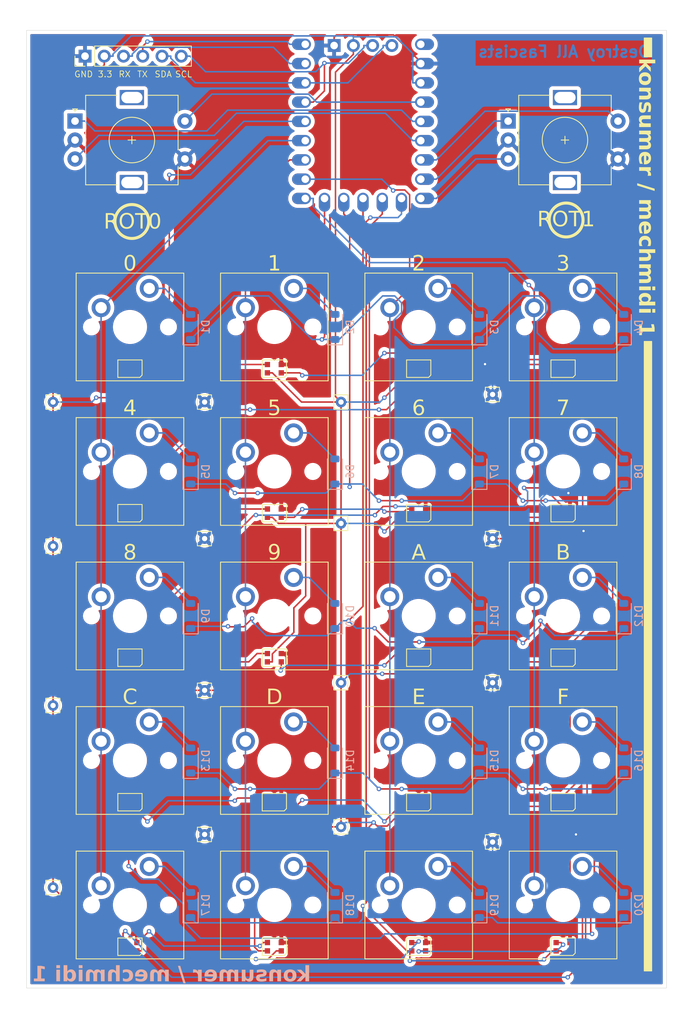
<source format=kicad_pcb>
(kicad_pcb (version 20240108) (generator "pcbnew") (generator_version "8.0")
  (title_block (title "MechMidi1") (company "konsumer"))
  (layers (0 "F.Cu" signal) (31 "B.Cu" signal) (34 "B.Paste" user) (35 "F.Paste" user) (36 "B.SilkS" user "B.Silkscreen") (37 "F.SilkS" user "F.Silkscreen") (38 "B.Mask" user) (39 "F.Mask" user) (44 "Edge.Cuts" user))
  (net 0 "")
  (net 1 "Net-(D1-A)")
  (net 2 "KR0")
  (net 3 "Net-(D2-A)")
  (net 4 "Net-(D3-A)")
  (net 5 "Net-(D4-A)")
  (net 6 "KR1")
  (net 7 "Net-(D5-A)")
  (net 8 "Net-(D6-A)")
  (net 9 "Net-(D7-A)")
  (net 10 "Net-(D8-A)")
  (net 11 "Net-(D9-A)")
  (net 12 "KR2")
  (net 13 "Net-(D10-A)")
  (net 14 "Net-(D11-A)")
  (net 15 "Net-(D12-A)")
  (net 16 "KR3")
  (net 17 "Net-(D13-A)")
  (net 18 "Net-(D14-A)")
  (net 19 "Net-(D15-A)")
  (net 20 "Net-(D16-A)")
  (net 21 "KR4")
  (net 22 "Net-(D17-A)")
  (net 23 "Net-(D18-A)")
  (net 24 "Net-(D19-A)")
  (net 25 "Net-(D20-A)")
  (net 26 "GND")
  (net 27 "3.3V")
  (net 28 "Net-(LED1-DOUT)")
  (net 29 "LED")
  (net 30 "Net-(LED2-DOUT)")
  (net 31 "Net-(LED3-DOUT)")
  (net 32 "Net-(LED4-DOUT)")
  (net 33 "Net-(LED5-DOUT)")
  (net 34 "Net-(LED6-DOUT)")
  (net 35 "Net-(LED7-DOUT)")
  (net 36 "Net-(LED8-DOUT)")
  (net 37 "Net-(LED15-DOUT)")
  (net 38 "Net-(LED10-DIN)")
  (net 39 "Net-(LED10-DOUT)")
  (net 40 "Net-(LED11-DOUT)")
  (net 41 "Net-(LED12-DOUT)")
  (net 42 "Net-(LED13-DOUT)")
  (net 43 "Net-(LED14-DOUT)")
  (net 44 "Net-(LED16-DOUT)")
  (net 45 "Net-(LED17-DOUT)")
  (net 46 "Net-(LED18-DOUT)")
  (net 47 "Net-(LED19-DOUT)")
  (net 49 "SCL")
  (net 50 "SDA")
  (net 51 "RX")
  (net 52 "TX")
  (net 53 "KC0")
  (net 54 "KC1")
  (net 55 "KC2")
  (net 56 "KC3")
  (net 57 "ROT0_S")
  (net 58 "ROT0_A")
  (net 59 "ROT0_B")
  (net 60 "ROT1_B")
  (net 61 "ROT1_S")
  (net 62 "ROT1_A")
  (net 63 "5V")
  (footprint "ScottoKeebs_MX:MX_PCB_1.00u" (layer "F.Cu") (at 67.15 73.1)
    (property "Reference" "S1" (hide yes))
    (property "Value" "Keyswitch" (hide yes))
  )
  (footprint "LED_SMD:LED_WS2812B-2020_PLCC4_2.0x2.0mm" (layer "F.Cu") (at 124.3 97.65 180)
    (property "Reference" "LED8" (hide yes))
    (property "Value" "WS2812B-2020" (hide yes))
  )
  (footprint "ScottoKeebs_MX:MX_PCB_1.00u" (layer "F.Cu") (at 124.3 149.3)
    (property "Reference" "S20" (hide yes))
    (property "Value" "Keyswitch" (hide yes))
  )
  (footprint "LED_SMD:LED_WS2812B-2020_PLCC4_2.0x2.0mm" (layer "F.Cu") (at 105.25 135.75 180)
    (property "Reference" "LED15" (hide yes))
    (property "Value" "WS2812B-2020" (hide yes))
  )
  (footprint "ScottoKeebs_MX:MX_PCB_1.00u" (layer "F.Cu") (at 67.15 111.2)
    (property "Reference" "S9" (hide yes))
    (property "Value" "Keyswitch" (hide yes))
  )
  (footprint "ScottoKeebs_MX:MX_PCB_1.00u" (layer "F.Cu") (at 124.3 111.2)
    (property "Reference" "S12" (hide yes))
    (property "Value" "Keyswitch" (hide yes))
  )
  (footprint "Connector_Pin:Pin_D0.7mm_L6.5mm_W1.8mm_FlatFork" (layer "F.Cu") (at 77 121)
    (property "Reference" "T_G5" (hide yes))
    (property "Value" "TestPoint" (hide yes))
  )
  (footprint "Connector_Pin:Pin_D0.7mm_L6.5mm_W1.8mm_FlatFork" (layer "F.Cu") (at 95 99)
    (property "Reference" "T_V4" (hide yes))
    (property "Value" "TestPoint" (hide yes))
  )
  (footprint "LED_SMD:LED_WS2812B-2020_PLCC4_2.0x2.0mm" (layer "F.Cu") (at 105.25 78.6 180)
    (property "Reference" "LED3" (hide yes))
    (property "Value" "WS2812B-2020" (hide yes))
  )
  (footprint "Connector_Pin:Pin_D0.7mm_L6.5mm_W1.8mm_FlatFork" (layer "F.Cu") (at 57 102)
    (property "Reference" "T_V3" (hide yes))
    (property "Value" "TestPoint" (hide yes))
  )
  (footprint "LED_SMD:LED_WS2812B-2020_PLCC4_2.0x2.0mm" (layer "F.Cu") (at 67.15 135.75 180)
    (property "Reference" "LED13" (hide yes))
    (property "Value" "WS2812B-2020" (hide yes))
  )
  (footprint "Connector_Pin:Pin_D0.7mm_L6.5mm_W1.8mm_FlatFork" (layer "F.Cu") (at 115 141)
    (property "Reference" "T_G8" (hide yes))
    (property "Value" "TestPoint" (hide yes))
  )
  (footprint "Connector_Pin:Pin_D0.7mm_L6.5mm_W1.8mm_FlatFork" (layer "F.Cu") (at 95 139)
    (property "Reference" "T_V8" (hide yes))
    (property "Value" "TestPoint" (hide yes))
  )
  (footprint "LED_SMD:LED_WS2812B-2020_PLCC4_2.0x2.0mm" (layer "F.Cu") (at 124.3 78.6 180)
    (property "Reference" "LED4" (hide yes))
    (property "Value" "WS2812B-2020" (hide yes))
  )
  (footprint "LED_SMD:LED_WS2812B-2020_PLCC4_2.0x2.0mm" (layer "F.Cu") (at 124.3 116.7 180)
    (property "Reference" "LED12" (hide yes))
    (property "Value" "WS2812B-2020" (hide yes))
  )
  (footprint "ScottoKeebs_MX:MX_PCB_1.00u" (layer "F.Cu") (at 86.2 92.15)
    (property "Reference" "S6" (hide yes))
    (property "Value" "Keyswitch" (hide yes))
  )
  (footprint "Connector_Pin:Pin_D0.7mm_L6.5mm_W1.8mm_FlatFork" (layer "F.Cu") (at 115 82)
    (property "Reference" "T_G2" (hide yes))
    (property "Value" "TestPoint" (hide yes))
  )
  (footprint "LED_SMD:LED_WS2812B-2020_PLCC4_2.0x2.0mm" (layer "F.Cu") (at 105.25 97.65 180)
    (property "Reference" "LED7" (hide yes))
    (property "Value" "WS2812B-2020" (hide yes))
  )
  (footprint "Connector_Pin:Pin_D0.7mm_L6.5mm_W1.8mm_FlatFork" (layer "F.Cu") (at 77 101)
    (property "Reference" "T_G3" (hide yes))
    (property "Value" "TestPoint" (hide yes))
  )
  (footprint "ScottoKeebs_MX:MX_PCB_1.00u" (layer "F.Cu") (at 124.3 92.15)
    (property "Reference" "S8" (hide yes))
    (property "Value" "Keyswitch" (hide yes))
  )
  (footprint "LED_SMD:LED_WS2812B-2020_PLCC4_2.0x2.0mm" (layer "F.Cu") (at 86.2 154.8 180)
    (property "Reference" "LED18" (hide yes))
    (property "Value" "WS2812B-2020" (hide yes))
  )
  (footprint "ScottoKeebs_MX:MX_PCB_1.00u" (layer "F.Cu") (at 67.15 92.15)
    (property "Reference" "S5" (hide yes))
    (property "Value" "Keyswitch" (hide yes))
  )
  (footprint "LED_SMD:LED_WS2812B-2020_PLCC4_2.0x2.0mm" (layer "F.Cu") (at 124.3 135.75 180)
    (property "Reference" "LED16" (hide yes))
    (property "Value" "WS2812B-2020" (hide yes))
  )
  (footprint "Connector_Pin:Pin_D0.7mm_L6.5mm_W1.8mm_FlatFork" (layer "F.Cu") (at 57 83)
    (property "Reference" "T_V1" (hide yes))
    (property "Value" "TestPoint" (hide yes))
  )
  (footprint "LED_SMD:LED_WS2812B-2020_PLCC4_2.0x2.0mm" (layer "F.Cu") (at 86.2 78.6 180)
    (property "Reference" "LED2" (hide yes))
    (property "Value" "WS2812B-2020" (hide yes))
  )
  (footprint "ScottoKeebs_MX:MX_PCB_1.00u" (layer "F.Cu") (at 124.3 130.25)
    (property "Reference" "S16" (hide yes))
    (property "Value" "Keyswitch" (hide yes))
  )
  (footprint "LED_SMD:LED_WS2812B-2020_PLCC4_2.0x2.0mm" (layer "F.Cu") (at 86.2 135.75 180)
    (property "Reference" "LED14" (hide yes))
    (property "Value" "WS2812B-2020" (hide yes))
  )
  (footprint "ScottoKeebs_MX:MX_PCB_1.00u" (layer "F.Cu") (at 105.25 92.15)
    (property "Reference" "S7" (hide yes))
    (property "Value" "Keyswitch" (hide yes))
  )
  (footprint "Connector_Pin:Pin_D0.7mm_L6.5mm_W1.8mm_FlatFork" (layer "F.Cu") (at 115 120)
    (property "Reference" "T_G6" (hide yes))
    (property "Value" "TestPoint" (hide yes))
  )
  (footprint "ScottoKeebs_MX:MX_PCB_1.00u" (layer "F.Cu") (at 86.2 149.3)
    (property "Reference" "S18" (hide yes))
    (property "Value" "Keyswitch" (hide yes))
  )
  (footprint "LED_SMD:LED_WS2812B-2020_PLCC4_2.0x2.0mm" (layer "F.Cu") (at 67.15 97.65 180)
    (property "Reference" "LED5" (hide yes))
    (property "Value" "WS2812B-2020" (hide yes))
  )
  (footprint "LED_SMD:LED_WS2812B-2020_PLCC4_2.0x2.0mm" (layer "F.Cu") (at 67.15 78.6 180)
    (property "Reference" "LED1" (hide yes))
    (property "Value" "WS2812B-2020" (hide yes))
  )
  (footprint "LED_SMD:LED_WS2812B-2020_PLCC4_2.0x2.0mm" (layer "F.Cu") (at 67.15 154.8 180)
    (property "Reference" "LED17" (hide yes))
    (property "Value" "WS2812B-2020" (hide yes))
  )
  (footprint "ScottoKeebs_MX:MX_PCB_1.00u" (layer "F.Cu") (at 86.2 73.1)
    (property "Reference" "S2" (hide yes))
    (property "Value" "Keyswitch" (hide yes))
  )
  (footprint "ScottoKeebs_Components:OLED_128x64" (layer "F.Cu") (at 97.9 36)
    (property "Reference" "OLED1" (hide yes))
    (property "Value" "128x64" (hide yes))
  )
  (footprint "LED_SMD:LED_WS2812B-2020_PLCC4_2.0x2.0mm" (layer "F.Cu") (at 105.25 154.8 180)
    (property "Reference" "LED19" (hide yes))
    (property "Value" "WS2812B-2020" (hide yes))
  )
  (footprint "ScottoKeebs_MX:MX_PCB_1.00u" (layer "F.Cu") (at 105.25 130.25)
    (property "Reference" "S15" (hide yes))
    (property "Value" "Keyswitch" (hide yes))
  )
  (footprint "Rotary_Encoder:RotaryEncoder_Alps_EC11E-Switch_Vertical_H20mm" (layer "F.Cu") (at 59.9 45.96)
    (property "Reference" "SW1")
    (property "Value" "ROT0")
  )
  (footprint "Connector_Pin:Pin_D0.7mm_L6.5mm_W1.8mm_FlatFork" (layer "F.Cu") (at 115 101)
    (property "Reference" "T_G4" (hide yes))
    (property "Value" "TestPoint" (hide yes))
  )
  (footprint "Connector_Pin:Pin_D0.7mm_L6.5mm_W1.8mm_FlatFork" (layer "F.Cu") (at 77 140)
    (property "Reference" "T_G7" (hide yes))
    (property "Value" "TestPoint" (hide yes))
  )
  (footprint "Connector_Pin:Pin_D0.7mm_L6.5mm_W1.8mm_FlatFork" (layer "F.Cu") (at 95 120)
    (property "Reference" "T_V6" (hide yes))
    (property "Value" "TestPoint" (hide yes))
  )
  (footprint "ScottoKeebs_MX:MX_PCB_1.00u" (layer "F.Cu") (at 105.25 149.3)
    (property "Reference" "S19" (hide yes))
    (property "Value" "Keyswitch" (hide yes))
  )
  (footprint "ScottoKeebs_MX:MX_PCB_1.00u" (layer "F.Cu") (at 67.15 130.25)
    (property "Reference" "S13" (hide yes))
    (property "Value" "Keyswitch" (hide yes))
  )
  (footprint "Connector_Pin:Pin_D0.7mm_L6.5mm_W1.8mm_FlatFork" (layer "F.Cu") (at 57 147)
    (property "Reference" "T_V7" (hide yes))
    (property "Value" "TestPoint" (hide yes))
  )
  (footprint "LED_SMD:LED_WS2812B-2020_PLCC4_2.0x2.0mm" (layer "F.Cu") (at 105.25 116.7 180)
    (property "Reference" "LED11" (hide yes))
    (property "Value" "WS2812B-2020" (hide yes))
  )
  (footprint "Connector_Pin:Pin_D0.7mm_L6.5mm_W1.8mm_FlatFork" (layer "F.Cu") (at 95 83)
    (property "Reference" "T_V2" (hide yes))
    (property "Value" "TestPoint" (hide yes))
  )
  (footprint "Rotary_Encoder:RotaryEncoder_Alps_EC11E-Switch_Vertical_H20mm" (layer "F.Cu") (at 117.05 45.96)
    (property "Reference" "SW2")
    (property "Value" "ROT1")
  )
  (footprint "LED_SMD:LED_WS2812B-2020_PLCC4_2.0x2.0mm" (layer "F.Cu") (at 86.2 97.65 180)
    (property "Reference" "LED6" (hide yes))
    (property "Value" "WS2812B-2020" (hide yes))
  )
  (footprint "LED_SMD:LED_WS2812B-2020_PLCC4_2.0x2.0mm" (layer "F.Cu") (at 67.15 116.7 180)
    (property "Reference" "LED9" (hide yes))
    (property "Value" "WS2812B-2020" (hide yes))
  )
  (footprint "ScottoKeebs_MX:MX_PCB_1.00u" (layer "F.Cu") (at 105.25 111.2)
    (property "Reference" "S11" (hide yes))
    (property "Value" "Keyswitch" (hide yes))
  )
  (footprint "ScottoKeebs_MX:MX_PCB_1.00u" (layer "F.Cu") (at 67.15 149.3)
    (property "Reference" "S17" (hide yes))
    (property "Value" "Keyswitch" (hide yes))
  )
  (footprint "Connector_Pin:Pin_D0.7mm_L6.5mm_W1.8mm_FlatFork" (layer "F.Cu") (at 77 83)
    (property "Reference" "T_G1" (hide yes))
    (property "Value" "TestPoint" (hide yes))
  )
  (footprint "Connector_Pin:Pin_D0.7mm_L6.5mm_W1.8mm_FlatFork" (layer "F.Cu") (at 57 123)
    (property "Reference" "T_V5" (hide yes))
    (property "Value" "TestPoint" (hide yes))
  )
  (footprint "ScottoKeebs_MX:MX_PCB_1.00u" (layer "F.Cu") (at 124.3 73.1)
    (property "Reference" "S4" (hide yes))
    (property "Value" "Keyswitch" (hide yes))
  )
  (footprint "LED_SMD:LED_WS2812B-2020_PLCC4_2.0x2.0mm" (layer "F.Cu") (at 124.3 154.8 180)
    (property "Reference" "LED20" (hide yes))
    (property "Value" "WS2812B-2020" (hide yes))
  )
  (footprint "ScottoKeebs_MX:MX_PCB_1.00u" (layer "F.Cu") (at 86.2 130.25)
    (property "Reference" "S14" (hide yes))
    (property "Value" "Keyswitch" (hide yes))
  )
  (footprint "ScottoKeebs_MX:MX_PCB_1.00u" (layer "F.Cu") (at 86.2 111.2)
    (property "Reference" "S10" (hide yes))
    (property "Value" "Keyswitch" (hide yes))
  )
  (footprint "ScottoKeebs_MX:MX_PCB_1.00u" (layer "F.Cu") (at 105.25 73.1)
    (property "Reference" "S3" (hide yes))
    (property "Value" "Keyswitch" (hide yes))
  )
  (footprint "LED_SMD:LED_WS2812B-2020_PLCC4_2.0x2.0mm" (layer "F.Cu") (at 86.2 116.7 180)
    (property "Reference" "LED10" (hide yes))
    (property "Value" "WS2812B-2020" (hide yes))
  )
  (footprint "Connector_PinHeader_2.54mm:PinHeader_1x06_P2.54mm_Vertical" (layer "F.Cu") (at 61.22 37.4 90)
    (property "Reference" "J3" (hide yes))
    (property "Value" "interface" (hide yes))
  )
  (footprint "ScottoKeebs_MCU:RP2040_Zero" (layer "B.Cu") (at 97.9 46 180)
    (property "Reference" "U1" (hide yes))
    (property "Value" "RP2040_Zero" (hide yes))
  )
  (footprint "Diode_SMD:D_SOD-123" (layer "B.Cu") (at 75.15 111.2 90)
    (property "Reference" "D9")
    (property "Value" "1N148")
  )
  (footprint "Diode_SMD:D_SOD-123" (layer "B.Cu") (at 113.25 73.1 90)
    (property "Reference" "D3")
    (property "Value" "1N148")
  )
  (footprint "Diode_SMD:D_SOD-123" (layer "B.Cu") (at 75.15 73.1 90)
    (property "Reference" "D1")
    (property "Value" "1N148")
  )
  (footprint "Diode_SMD:D_SOD-123" (layer "B.Cu") (at 75.15 130.25 90)
    (property "Reference" "D13")
    (property "Value" "1N148")
  )
  (footprint "Diode_SMD:D_SOD-123" (layer "B.Cu") (at 132.3 130.25 90)
    (property "Reference" "D16")
    (property "Value" "1N148")
  )
  (footprint "Diode_SMD:D_SOD-123" (layer "B.Cu") (at 94.2 130.25 90)
    (property "Reference" "D14")
    (property "Value" "1N148")
  )
  (footprint "Diode_SMD:D_SOD-123" (layer "B.Cu") (at 113.25 92.15 90)
    (property "Reference" "D7")
    (property "Value" "1N148")
  )
  (footprint "Diode_SMD:D_SOD-123" (layer "B.Cu") (at 75.15 149.3 90)
    (property "Reference" "D17")
    (property "Value" "1N148")
  )
  (footprint "Diode_SMD:D_SOD-123" (layer "B.Cu") (at 94.2 73.1 90)
    (property "Reference" "D2")
    (property "Value" "1N148")
  )
  (footprint "Diode_SMD:D_SOD-123" (layer "B.Cu") (at 94.2 111.2 90)
    (property "Reference" "D10")
    (property "Value" "1N148")
  )
  (footprint "Diode_SMD:D_SOD-123" (layer "B.Cu") (at 113.25 130.25 90)
    (property "Reference" "D15")
    (property "Value" "1N148")
  )
  (footprint "Diode_SMD:D_SOD-123" (layer "B.Cu") (at 75.15 92.15 90)
    (property "Reference" "D5")
    (property "Value" "1N148")
  )
  (footprint "Diode_SMD:D_SOD-123" (layer "B.Cu") (at 94.2 92.15 90)
    (property "Reference" "D6")
    (property "Value" "1N148")
  )
  (footprint "Diode_SMD:D_SOD-123" (layer "B.Cu") (at 132.3 92.15 90)
    (property "Reference" "D8")
    (property "Value" "1N148")
  )
  (footprint "Diode_SMD:D_SOD-123" (layer "B.Cu") (at 132.3 73.1 90)
    (property "Reference" "D4")
    (property "Value" "1N148")
  )
  (footprint "Diode_SMD:D_SOD-123" (layer "B.Cu") (at 113.25 111.2 90)
    (property "Reference" "D11")
    (property "Value" "1N148")
  )
  (footprint "Diode_SMD:D_SOD-123" (layer "B.Cu") (at 132.3 111.2 90)
    (property "Reference" "D12")
    (property "Value" "1N148")
  )
  (footprint "Diode_SMD:D_SOD-123" (layer "B.Cu") (at 132.3 149.3 90)
    (property "Reference" "D20")
    (property "Value" "1N148")
  )
  (footprint "Diode_SMD:D_SOD-123" (layer "B.Cu") (at 94.2 149.3 90)
    (property "Reference" "D18")
    (property "Value" "1N148")
  )
  (footprint "Diode_SMD:D_SOD-123" (layer "B.Cu") (at 113.25 149.3 90)
    (property "Reference" "D19")
    (property "Value" "1N148")
  )
  (gr_rect (start 135 35) (end 136 37.5) (stroke (width 0.1)) (fill solid) (layer "F.SilkS"))
  (gr_circle (center 67.4 59.2) (end 69.636068 59.2) (stroke (width 0.4)) (fill none) (layer "F.SilkS"))
  (gr_circle (center 124.7 59) (end 126.936068 59) (stroke (width 0.4)) (fill none) (layer "F.SilkS"))
  (gr_rect (start 135 75) (end 136 158) (stroke (width 0.1)) (fill solid) (layer "F.SilkS"))
  (gr_rect (start 53.5 34) (end 137.95 160.25) (stroke (width 0.05)) (fill none) (layer "Edge.Cuts"))
  (gr_text "Destroy All Fascists" (at 135.9 37.7 0) (layer "B.Cu") (effects (font (size 1.5 1.5) (thickness 0.3) (bold yes)) (justify left bottom mirror)))
  (gr_text "konsumer / mechmidi 1" (at 72.65 159.7 0) (layer "B.SilkS") (effects (font (size 2 2) (thickness 0.2) (bold yes)) (justify bottom mirror)))
  (gr_text "5" (at 86.2 85.05 0) (layer "F.SilkS") (effects (font (size 2 2) (thickness 0.1)) (justify bottom)))
  (gr_text "3.3" (at 62.85 40.25 0) (layer "F.SilkS") (effects (font (size 0.8 0.8) (thickness 0.1)) (justify left bottom)))
  (gr_text "8" (at 67.15 104.1 0) (layer "F.SilkS") (effects (font (size 2 2) (thickness 0.1)) (justify bottom)))
  (gr_text "konsumer / mechmidi 1" (at 134 56 270) (layer "F.SilkS") (effects (font (size 2 2) (thickness 0.2) (bold yes)) (justify bottom)))
  (gr_text "3" (at 124.3 66 0) (layer "F.SilkS") (effects (font (size 2 2) (thickness 0.1)) (justify bottom)))
  (gr_text "0" (at 67.15 66 0) (layer "F.SilkS") (effects (font (size 2 2) (thickness 0.1)) (justify bottom)))
  (gr_text "A" (at 105.25 104.1 0) (layer "F.SilkS") (effects (font (size 2 2) (thickness 0.1)) (justify bottom)))
  (gr_text "6" (at 105.25 85.05 0) (layer "F.SilkS") (effects (font (size 2 2) (thickness 0.1)) (justify bottom)))
  (gr_text "4" (at 67.15 85.05 0) (layer "F.SilkS") (effects (font (size 2 2) (thickness 0.1)) (justify bottom)))
  (gr_text "SDA" (at 70.35 40.25 0) (layer "F.SilkS") (effects (font (size 0.8 0.8) (thickness 0.1)) (justify left bottom)))
  (gr_text "B" (at 124.3 104.1 0) (layer "F.SilkS") (effects (font (size 2 2) (thickness 0.1)) (justify bottom)))
  (gr_text "D" (at 86.2 123.15 0) (layer "F.SilkS") (effects (font (size 2 2) (thickness 0.1)) (justify bottom)))
  (gr_text "F" (at 124.3 123.15 0) (layer "F.SilkS") (effects (font (size 2 2) (thickness 0.1)) (justify bottom)))
  (gr_text "E" (at 105.25 123.15 0) (layer "F.SilkS") (effects (font (size 2 2) (thickness 0.1)) (justify bottom)))
  (gr_text "7" (at 124.3 85.05 0) (layer "F.SilkS") (effects (font (size 2 2) (thickness 0.1)) (justify bottom)))
  (gr_text "2" (at 105.25 66 0) (layer "F.SilkS") (effects (font (size 2 2) (thickness 0.1)) (justify bottom)))
  (gr_text "SCL" (at 73.05 40.25 0) (layer "F.SilkS") (effects (font (size 0.8 0.8) (thickness 0.1)) (justify left bottom)))
  (gr_text "1" (at 86.2 66 0) (layer "F.SilkS") (effects (font (size 2 2) (thickness 0.1)) (justify bottom)))
  (gr_text "C" (at 67.15 123.15 0) (layer "F.SilkS") (effects (font (size 2 2) (thickness 0.1)) (justify bottom)))
  (gr_text "TX" (at 68.05 40.25 0) (layer "F.SilkS") (effects (font (size 0.8 0.8) (thickness 0.1)) (justify left bottom)))
  (gr_text "9" (at 86.2 104.1 0) (layer "F.SilkS") (effects (font (size 2 2) (thickness 0.1)) (justify bottom)))
  (gr_text "RX" (at 65.6 40.25 0) (layer "F.SilkS") (effects (font (size 0.8 0.8) (thickness 0.1)) (justify left bottom)))
  (gr_text "GND" (at 59.75 40.25 0) (layer "F.SilkS") (effects (font (size 0.8 0.8) (thickness 0.1)) (justify left bottom)))
  (segment (start 71.72 68.02) (end 75.15 71.45) (width 0.2) (layer "B.Cu") (net 1))
  (segment (start 69.69 68.02) (end 71.72 68.02) (width 0.2) (layer "B.Cu") (net 1))
  (segment (start 92.82 56.16) (end 92.82 74.4037) (width 0.2) (layer "F.Cu") (net 2))
  (segment (start 92.82 74.4037) (end 92.4731 74.7506) (width 0.2) (layer "F.Cu") (net 2))
  (via (at 92.4731 74.7506) (size 0.6) (drill 0.3) (layers "F.Cu" "B.Cu") (net 2))
  (segment (start 80.89 69.01) (end 85.4334 69.01) (width 0.2) (layer "B.Cu") (net 2))
  (segment (start 75.15 74.75) (end 80.89 69.01) (width 0.2) (layer "B.Cu") (net 2))
  (segment (start 102.99 71.202) (end 102 72.192) (width 0.2) (layer "B.Cu") (net 2))
  (segment (start 120.89 73.89) (end 123 76) (width 0.2) (layer "B.Cu") (net 2))
  (segment (start 131.05 76) (end 132.3 74.75) (width 0.2) (layer "B.Cu") (net 2))
  (segment (start 92.4731 74.7506) (end 92.4731 74.75) (width 0.2) (layer "B.Cu") (net 2))
  (segment (start 91.1734 74.75) (end 92.4731 74.75) (width 0.2) (layer "B.Cu") (net 2))
  (segment (start 118.99 69.01) (end 121.132 69.01) (width 0.2) (layer "B.Cu") (net 2))
  (segment (start 122.04 71.202) (end 120.89 72.352) (width 0.2) (layer "B.Cu") (net 2))
  (segment (start 120.89 72.352) (end 120.89 73.89) (width 0.2) (layer "B.Cu") (net 2))
  (segment (start 112.55 75.45) (end 113.25 74.75) (width 0.2) (layer "B.Cu") (net 2))
  (segment (start 94.2 74.75) (end 94.75 74.75) (width 0.2) (layer "B.Cu") (net 2))
  (segment (start 92.4731 74.75) (end 94.2 74.75) (width 0.2) (layer "B.Cu") (net 2))
  (segment (start 121.132 69.01) (end 122.04 69.918) (width 0.2) (layer "B.Cu") (net 2))
  (segment (start 102.99 69.918) (end 102.99 71.202) (width 0.2) (layer "B.Cu") (net 2))
  (segment (start 123 76) (end 131.05 76) (width 0.2) (layer "B.Cu") (net 2))
  (segment (start 113.25 74.75) (end 118.99 69.01) (width 0.2) (layer "B.Cu") (net 2))
  (segment (start 122.04 69.918) (end 122.04 71.202) (width 0.2) (layer "B.Cu") (net 2))
  (segment (start 102 73.1734) (end 104.277 75.45) (width 0.2) (layer "B.Cu") (net 2))
  (segment (start 102 72.192) (end 102 73.1734) (width 0.2) (layer "B.Cu") (net 2))
  (segment (start 104.277 75.45) (end 112.55 75.45) (width 0.2) (layer "B.Cu") (net 2))
  (segment (start 94.75 74.75) (end 100.49 69.01) (width 0.2) (layer "B.Cu") (net 2))
  (segment (start 102.082 69.01) (end 102.99 69.918) (width 0.2) (layer "B.Cu") (net 2))
  (segment (start 85.4334 69.01) (end 91.1734 74.75) (width 0.2) (layer "B.Cu") (net 2))
  (segment (start 100.49 69.01) (end 102.082 69.01) (width 0.2) (layer "B.Cu") (net 2))
  (segment (start 90.77 68.02) (end 94.2 71.45) (width 0.2) (layer "B.Cu") (net 3))
  (segment (start 88.74 68.02) (end 90.77 68.02) (width 0.2) (layer "B.Cu") (net 3))
  (segment (start 109.82 68.02) (end 113.25 71.45) (width 0.2) (layer "B.Cu") (net 4))
  (segment (start 107.79 68.02) (end 109.82 68.02) (width 0.2) (layer "B.Cu") (net 4))
  (segment (start 128.87 68.02) (end 132.3 71.45) (width 0.2) (layer "B.Cu") (net 5))
  (segment (start 126.84 68.02) (end 128.87 68.02) (width 0.2) (layer "B.Cu") (net 5))
  (segment (start 81 95) (end 84 95) (width 0.2) (layer "F.Cu") (net 6))
  (segment (start 95.36 58.2117) (end 96.1425 58.9942) (width 0.2) (layer "F.Cu") (net 6))
  (segment (start 95.36 56.16) (end 95.36 58.2117) (width 0.2) (layer "F.Cu") (net 6))
  (segment (start 96.1425 58.9942) (end 96.1425 94.1842) (width 0.2) (layer "F.Cu") (net 6))
  (segment (start 119 96) (end 122 96) (width 0.2) (layer "F.Cu") (net 6))
  (segment (start 100 96) (end 103 96) (width 0.2) (layer "F.Cu") (net 6))
  (via (at 119 96) (size 0.6) (drill 0.3) (layers "F.Cu" "B.Cu") (net 6))
  (via (at 100 96) (size 0.6) (drill 0.3) (layers "F.Cu" "B.Cu") (net 6))
  (via (at 84 95) (size 0.6) (drill 0.3) (layers "F.Cu" "B.Cu") (net 6))
  (via (at 103 96) (size 0.6) (drill 0.3) (layers "F.Cu" "B.Cu") (net 6))
  (via (at 122 96) (size 0.6) (drill 0.3) (layers "F.Cu" "B.Cu") (net 6))
  (via (at 96.1425 94.1842) (size 0.6) (drill 0.3) (layers "F.Cu" "B.Cu") (net 6))
  (via (at 81 95) (size 0.6) (drill 0.3) (layers "F.Cu" "B.Cu") (net 6))
  (segment (start 111.05 96) (end 113.25 93.8) (width 0.2) (layer "B.Cu") (net 6))
  (segment (start 96 93.8) (end 97.8 93.8) (width 0.2) (layer "B.Cu") (net 6))
  (segment (start 122 96) (end 130.1 96) (width 0.2) (layer "B.Cu") (net 6))
  (segment (start 130.1 96) (end 132.3 93.8) (width 0.2) (layer "B.Cu") (net 6))
  (segment (start 75.15 93.8) (end 79.8 93.8) (width 0.2) (layer "B.Cu") (net 6))
  (segment (start 96.1425 93.9425) (end 96.1425 94.1842) (width 0.2) (layer "B.Cu") (net 6))
  (segment (start 116.8 93.8) (end 119 96) (width 0.2) (layer "B.Cu") (net 6))
  (segment (start 84 95) (end 93 95) (width 0.2) (layer "B.Cu") (net 6))
  (segment (start 97.8 93.8) (end 100 96) (width 0.2) (layer "B.Cu") (net 6))
  (segment (start 96 93.8) (end 96.1425 93.9425) (width 0.2) (layer "B.Cu") (net 6))
  (segment (start 93 95) (end 94.2 93.8) (width 0.2) (layer "B.Cu") (net 6))
  (segment (start 113.25 93.8) (end 116.8 93.8) (width 0.2) (layer "B.Cu") (net 6))
  (segment (start 94.2 93.8) (end 96 93.8) (width 0.2) (layer "B.Cu") (net 6))
  (segment (start 79.8 93.8) (end 81 95) (width 0.2) (layer "B.Cu") (net 6))
  (segment (start 103 96) (end 111.05 96) (width 0.2) (layer "B.Cu") (net 6))
  (segment (start 69.69 87.07) (end 71.72 87.07) (width 0.2) (layer "B.Cu") (net 7))
  (segment (start 71.72 87.07) (end 75.15 90.5) (width 0.2) (layer "B.Cu") (net 7))
  (segment (start 88.74 87.07) (end 90.77 87.07) (width 0.2) (layer "B.Cu") (net 8))
  (segment (start 90.77 87.07) (end 94.2 90.5) (width 0.2) (layer "B.Cu") (net 8))
  (segment (start 107.79 87.07) (end 109.82 87.07) (width 0.2) (layer "B.Cu") (net 9))
  (segment (start 109.82 87.07) (end 113.25 90.5) (width 0.2) (layer "B.Cu") (net 9))
  (segment (start 128.87 87.07) (end 132.3 90.5) (width 0.2) (layer "B.Cu") (net 10))
  (segment (start 126.84 87.07) (end 128.87 87.07) (width 0.2) (layer "B.Cu") (net 10))
  (segment (start 71.72 106.12) (end 75.15 109.55) (width 0.2) (layer "B.Cu") (net 11))
  (segment (start 69.69 106.12) (end 71.72 106.12) (width 0.2) (layer "B.Cu") (net 11))
  (segment (start 80.1422 112.627) (end 80.0802 112.565) (width 0.2) (layer "F.Cu") (net 12))
  (segment (start 121.32 112.453) (end 121.32 111.828) (width 0.2) (layer "F.Cu") (net 12))
  (segment (start 83.27 111.533) (end 82.1759 112.627) (width 0.2) (layer "F.Cu") (net 12))
  (segment (start 97.9 56.16) (end 97.9 109.921) (width 0.2) (layer "F.Cu") (net 12))
  (segment (start 99.4243 112.812) (end 101.237 114.625) (width 0.2) (layer "F.Cu") (net 12))
  (segment (start 97.9 109.921) (end 95.993 111.828) (width 0.2) (layer "F.Cu") (net 12))
  (segment (start 101.237 114.625) (end 105.314 114.625) (width 0.2) (layer "F.Cu") (net 12))
  (segment (start 119.004 114.769) (end 121.32 112.453) (width 0.2) (layer "F.Cu") (net 12))
  (segment (start 82.1759 112.627) (end 80.1422 112.627) (width 0.2) (layer "F.Cu") (net 12))
  (via (at 105.314 114.625) (size 0.6) (drill 0.3) (layers "F.Cu" "B.Cu") (net 12))
  (via (at 99.4243 112.812) (size 0.6) (drill 0.3) (layers "F.Cu" "B.Cu") (net 12))
  (via (at 121.32 111.828) (size 0.6) (drill 0.3) (layers "F.Cu" "B.Cu") (net 12))
  (via (at 119.004 114.769) (size 0.6) (drill 0.3) (layers "F.Cu" "B.Cu") (net 12))
  (via (at 83.27 111.533) (size 0.6) (drill 0.3) (layers "F.Cu" "B.Cu") (net 12))
  (via (at 80.0802 112.565) (size 0.6) (drill 0.3) (layers "F.Cu" "B.Cu") (net 12))
  (via (at 95.993 111.828) (size 0.6) (drill 0.3) (layers "F.Cu" "B.Cu") (net 12))
  (segment (start 96.9765 112.812) (end 99.4243 112.812) (width 0.2) (layer "B.Cu") (net 12))
  (segment (start 121.32 111.906) (end 123.19 113.776) (width 0.2) (layer "B.Cu") (net 12))
  (segment (start 105.314 114.625) (end 112.362 114.625) (width 0.2) (layer "B.Cu") (net 12))
  (segment (start 131.374 113.776) (end 132.3 112.85) (width 0.2) (layer "B.Cu") (net 12))
  (segment (start 85.114 113.789) (end 83.27 111.945) (width 0.2) (layer "B.Cu") (net 12))
  (segment (start 123.19 113.776) (end 131.374 113.776) (width 0.2) (layer "B.Cu") (net 12))
  (segment (start 94.2 112.85) (end 93.2612 113.789) (width 0.2) (layer "B.Cu") (net 12))
  (segment (start 75.4353 112.565) (end 75.15 112.85) (width 0.2) (layer "B.Cu") (net 12))
  (segment (start 113.25 113.738) (end 113.25 112.85) (width 0.2) (layer "B.Cu") (net 12))
  (segment (start 117.972 113.738) (end 119.004 114.769) (width 0.2) (layer "B.Cu") (net 12))
  (segment (start 93.2612 113.789) (end 85.114 113.789) (width 0.2) (layer "B.Cu") (net 12))
  (segment (start 95.993 111.828) (end 95.2216 111.828) (width 0.2) (layer "B.Cu") (net 12))
  (segment (start 95.993 111.828) (end 96.9765 112.812) (width 0.2) (layer "B.Cu") (net 12))
  (segment (start 83.27 111.945) (end 83.27 111.533) (width 0.2) (layer "B.Cu") (net 12))
  (segment (start 113.25 113.738) (end 117.972 113.738) (width 0.2) (layer "B.Cu") (net 12))
  (segment (start 112.362 114.625) (end 113.25 113.738) (width 0.2) (layer "B.Cu") (net 12))
  (segment (start 95.2216 111.828) (end 94.2 112.85) (width 0.2) (layer "B.Cu") (net 12))
  (segment (start 80.0802 112.565) (end 75.4353 112.565) (width 0.2) (layer "B.Cu") (net 12))
  (segment (start 121.32 111.828) (end 121.32 111.906) (width 0.2) (layer "B.Cu") (net 12))
  (segment (start 90.77 106.12) (end 94.2 109.55) (width 0.2) (layer "B.Cu") (net 13))
  (segment (start 88.74 106.12) (end 90.77 106.12) (width 0.2) (layer "B.Cu") (net 13))
  (segment (start 109.82 106.12) (end 113.25 109.55) (width 0.2) (layer "B.Cu") (net 14))
  (segment (start 107.79 106.12) (end 109.82 106.12) (width 0.2) (layer "B.Cu") (net 14))
  (segment (start 128.87 106.12) (end 132.3 109.55) (width 0.2) (layer "B.Cu") (net 15))
  (segment (start 126.84 106.12) (end 128.87 106.12) (width 0.2) (layer "B.Cu") (net 15))
  (segment (start 100.44 58.2117) (end 100.44 56.16) (width 0.2) (layer "F.Cu") (net 16))
  (segment (start 100 134) (end 98.7415 132.742) (width 0.2) (layer "F.Cu") (net 16))
  (segment (start 119 134) (end 122 134) (width 0.2) (layer "F.Cu") (net 16))
  (segment (start 98.7415 132.742) (end 98.7415 59.9102) (width 0.2) (layer "F.Cu") (net 16))
  (segment (start 81 134) (end 83 134) (width 0.2) (layer "F.Cu") (net 16))
  (segment (start 100 134) (end 103 134) (width 0.2) (layer "F.Cu") (net 16))
  (segment (start 98.7415 59.9102) (end 100.44 58.2117) (width 0.2) (layer "F.Cu") (net 16))
  (via (at 119 134) (size 0.6) (drill 0.3) (layers "F.Cu" "B.Cu") (net 16))
  (via (at 83 134) (size 0.6) (drill 0.3) (layers "F.Cu" "B.Cu") (net 16))
  (via (at 81 134) (size 0.6) (drill 0.3) (layers "F.Cu" "B.Cu") (net 16))
  (via (at 100 134) (size 0.6) (drill 0.3) (layers "F.Cu" "B.Cu") (net 16))
  (via (at 122 134) (size 0.6) (drill 0.3) (layers "F.Cu" "B.Cu") (net 16))
  (via (at 103 134) (size 0.6) (drill 0.3) (layers "F.Cu" "B.Cu") (net 16))
  (segment (start 97.9 131.9) (end 100 134) (width 0.2) (layer "B.Cu") (net 16))
  (segment (start 83 134) (end 92.1 134) (width 0.2) (layer "B.Cu") (net 16))
  (segment (start 113.25 131.9) (end 116.9 131.9) (width 0.2) (layer "B.Cu") (net 16))
  (segment (start 94.2 131.9) (end 97.9 131.9) (width 0.2) (layer "B.Cu") (net 16))
  (segment (start 78.9 131.9) (end 81 134) (width 0.2) (layer "B.Cu") (net 16))
  (segment (start 75.15 131.9) (end 78.9 131.9) (width 0.2) (layer "B.Cu") (net 16))
  (segment (start 111.15 134) (end 113.25 131.9) (width 0.2) (layer "B.Cu") (net 16))
  (segment (start 92.1 134) (end 94.2 131.9) (width 0.2) (layer "B.Cu") (net 16))
  (segment (start 116.9 131.9) (end 119 134) (width 0.2) (layer "B.Cu") (net 16))
  (segment (start 122 134) (end 130.2 134) (width 0.2) (layer "B.Cu") (net 16))
  (segment (start 130.2 134) (end 132.3 131.9) (width 0.2) (layer "B.Cu") (net 16))
  (segment (start 103 134) (end 111.15 134) (width 0.2) (layer "B.Cu") (net 16))
  (segment (start 71.72 125.17) (end 75.15 128.6) (width 0.2) (layer "B.Cu") (net 17))
  (segment (start 69.69 125.17) (end 71.72 125.17) (width 0.2) (layer "B.Cu") (net 17))
  (segment (start 88.74 125.17) (end 90.77 125.17) (width 0.2) (layer "B.Cu") (net 18))
  (segment (start 90.77 125.17) (end 94.2 128.6) (width 0.2) (layer "B.Cu") (net 18))
  (segment (start 109.82 125.17) (end 113.25 128.6) (width 0.2) (layer "B.Cu") (net 19))
  (segment (start 107.79 125.17) (end 109.82 125.17) (width 0.2) (layer "B.Cu") (net 19))
  (segment (start 128.87 125.17) (end 132.3 128.6) (width 0.2) (layer "B.Cu") (net 20))
  (segment (start 126.84 125.17) (end 128.87 125.17) (width 0.2) (layer "B.Cu") (net 20))
  (segment (start 98.3208 148.993) (end 98.3208 59.2403) (width 0.2) (layer "F.Cu") (net 21))
  (segment (start 97.8898 149.424) (end 98.3208 148.993) (width 0.2) (layer "F.Cu") (net 21))
  (segment (start 98.3208 59.2403) (end 98.8765 58.6846) (width 0.2) (layer "F.Cu") (net 21))
  (via (at 98.8765 58.6846) (size 0.6) (drill 0.3) (layers "F.Cu" "B.Cu") (net 21))
  (via (at 97.8898 149.424) (size 0.6) (drill 0.3) (layers "F.Cu" "B.Cu") (net 21))
  (segment (start 115.65 151.65) (end 131.6 151.65) (width 0.2) (layer "B.Cu") (net 21))
  (segment (start 131.6 151.65) (end 132.3 150.95) (width 0.2) (layer "B.Cu") (net 21))
  (segment (start 75.85 151.65) (end 93.5 151.65) (width 0.2) (layer "B.Cu") (net 21))
  (segment (start 102.98 58.2117) (end 102.507 58.6846) (width 0.2) (layer "B.Cu") (net 21))
  (segment (start 97.35 151.65) (end 112.55 151.65) (width 0.2) (layer "B.Cu") (net 21))
  (segment (start 114.95 150.95) (end 115.65 151.65) (width 0.2) (layer "B.Cu") (net 21))
  (segment (start 97.8898 151.11) (end 97.8898 149.424) (width 0.2) (layer "B.Cu") (net 21))
  (segment (start 94.2 150.95) (end 94.9 151.65) (width 0.2) (layer "B.Cu") (net 21))
  (segment (start 102.507 58.6846) (end 98.8765 58.6846) (width 0.2) (layer "B.Cu") (net 21))
  (segment (start 113.25 150.95) (end 114.95 150.95) (width 0.2) (layer "B.Cu") (net 21))
  (segment (start 75.15 150.95) (end 75.85 151.65) (width 0.2) (layer "B.Cu") (net 21))
  (segment (start 93.5 151.65) (end 94.2 150.95) (width 0.2) (layer "B.Cu") (net 21))
  (segment (start 94.9 151.65) (end 97.35 151.65) (width 0.2) (layer "B.Cu") (net 21))
  (segment (start 112.55 151.65) (end 113.25 150.95) (width 0.2) (layer "B.Cu") (net 21))
  (segment (start 97.35 151.65) (end 97.8898 151.11) (width 0.2) (layer "B.Cu") (net 21))
  (segment (start 102.98 56.16) (end 102.98 58.2117) (width 0.2) (layer "B.Cu") (net 21))
  (segment (start 71.72 144.22) (end 75.15 147.65) (width 0.2) (layer "B.Cu") (net 22))
  (segment (start 69.69 144.22) (end 71.72 144.22) (width 0.2) (layer "B.Cu") (net 22))
  (segment (start 90.77 144.22) (end 94.2 147.65) (width 0.2) (layer "B.Cu") (net 23))
  (segment (start 88.74 144.22) (end 90.77 144.22) (width 0.2) (layer "B.Cu") (net 23))
  (segment (start 107.79 144.22) (end 109.82 144.22) (width 0.2) (layer "B.Cu") (net 24))
  (segment (start 109.82 144.22) (end 113.25 147.65) (width 0.2) (layer "B.Cu") (net 24))
  (segment (start 126.84 144.22) (end 128.87 144.22) (width 0.2) (layer "B.Cu") (net 25))
  (segment (start 128.87 144.22) (end 132.3 147.65) (width 0.2) (layer "B.Cu") (net 25))
  (segment (start 106.165 78.05) (end 113.95 78.05) (width 0.2) (layer "F.Cu") (net 26))
  (segment (start 67.415 116.25) (end 67.415 117.9) (width 0.2) (layer "F.Cu") (net 26))
  (segment (start 125 96) (end 125.215 96.215) (width 0.2) (layer "F.Cu") (net 26))
  (segment (start 87.315 116.15) (end 87.115 116.15) (width 0.2) (layer "F.Cu") (net 26))
  (segment (start 87.765 120.235) (end 87.765 116.6) (width 0.2) (layer "F.Cu") (net 26))
  (segment (start 70.515 121) (end 77 121) (width 0.2) (layer "F.Cu") (net 26))
  (segment (start 125.215 135.2) (end 125.765 135.2) (width 0.2) (layer "F.Cu") (net 26))
  (segment (start 87 121) (end 87.765 120.235) (width 0.2) (layer "F.Cu") (net 26))
  (segment (start 126 135.435) (end 126 140) (width 0.2) (layer "F.Cu") (net 26))
  (segment (start 125 95) (end 125 96) (width 0.2) (layer "F.Cu") (net 26))
  (segment (start 68.065 116.15) (end 67.515 116.15) (width 0.2) (layer "F.Cu") (net 26))
  (segment (start 126 101) (end 127 100) (width 0.2) (layer "F.Cu") (net 26))
  (segment (start 77 121) (end 87 121) (width 0.2) (layer "F.Cu") (net 26))
  (segment (start 105.52 38.1837) (end 105.52 38.38) (width 0.2) (layer "F.Cu") (net 26))
  (segment (start 113.95 78.05) (end 114 78) (width 0.2) (layer "F.Cu") (net 26))
  (segment (start 125.765 135.2) (end 126 135.435) (width 0.2) (layer "F.Cu") (net 26))
  (segment (start 87.765 116.6) (end 87.315 116.15) (width 0.2) (layer "F.Cu") (net 26))
  (segment (start 94.09 36) (end 94.09 34.91) (width 0.2) (layer "F.Cu") (net 26))
  (segment (start 67.415 117.9) (end 70.515 121) (width 0.2) (layer "F.Cu") (net 26))
  (segment (start 115 101) (end 126 101) (width 0.2) (layer "F.Cu") (net 26))
  (segment (start 125.215 96.215) (end 125.215 97.1) (width 0.2) (layer "F.Cu") (net 26))
  (segment (start 94.09 34.91) (end 94.4 34.6) (width 0.2) (layer "F.Cu") (net 26))
  (segment (start 67.515 116.15) (end 67.415 116.25) (width 0.2) (layer "F.Cu") (net 26))
  (segment (start 94.4 34.6) (end 101.936 34.6) (width 0.2) (layer "F.Cu") (net 26))
  (segment (start 101.936 34.6) (end 105.52 38.1837) (width 0.2) (layer "F.Cu") (net 26))
  (via (at 125 95) (size 0.6) (drill 0.3) (layers "F.Cu" "B.Cu") (net 26))
  (via (at 114 78) (size 0.6) (drill 0.3) (layers "F.Cu" "B.Cu") (net 26))
  (via (at 127 100) (size 0.6) (drill 0.3) (layers "F.Cu" "B.Cu") (net 26))
  (via (at 126 140) (size 0.6) (drill 0.3) (layers "F.Cu" "B.Cu") (net 26))
  (segment (start 121.4 96.2485) (end 121.4 95.7515) (width 0.2) (layer "B.Cu") (net 26))
  (segment (start 115 80) (end 115 82) (width 0.2) (layer "B.Cu") (net 26))
  (segment (start 115 146.812) (end 115 141) (width 0.2) (layer "B.Cu") (net 26))
  (segment (start 119.727 150.525) (end 118.713 150.525) (width 0.2) (layer "B.Cu") (net 26))
  (segment (start 114 79) (end 115 80) (width 0.2) (layer "B.Cu") (net 26))
  (segment (start 126 99) (end 124.151 99) (width 0.2) (layer "B.Cu") (net 26))
  (segment (start 119.6 132.6) (end 115 128) (width 0.2) (layer "B.Cu") (net 26))
  (segment (start 124.151 99) (end 121.4 96.2485) (width 0.2) (layer "B.Cu") (net 26))
  (segment (start 118.713 150.525) (end 115 146.812) (width 0.2) (layer "B.Cu") (net 26))
  (segment (start 119.6 136.4) (end 119.6 132.6) (width 0.2) (layer "B.Cu") (net 26))
  (segment (start 122.04 148.212) (end 119.727 150.525) (width 0.2) (layer "B.Cu") (net 26))
  (segment (start 126 140) (end 122.04 143.96) (width 0.2) (layer "B.Cu") (net 26))
  (segment (start 122.151 95) (end 125 95) (width 0.2) (layer "B.Cu") (net 26))
  (segment (start 114 78) (end 114 79) (width 0.2) (layer "B.Cu") (net 26))
  (segment (start 121.4 95.7515) (end 122.151 95) (width 0.2) (layer "B.Cu") (net 26))
  (segment (start 115 128) (end 115 120) (width 0.2) (layer "B.Cu") (net 26))
  (segment (start 115 141) (end 119.6 136.4) (width 0.2) (layer "B.Cu") (net 26))
  (segment (start 127 100) (end 126 99) (width 0.2) (layer "B.Cu") (net 26))
  (segment (start 122.04 143.96) (end 122.04 148.212) (width 0.2) (layer "B.Cu") (net 26))
  (segment (start 84.9592 136.3) (end 84.9592 146.778) (width 0.2) (layer "F.Cu") (net 27))
  (segment (start 87.8221 139) (end 95 139) (width 0.2) (layer "F.Cu") (net 27))
  (segment (start 64.9502 82.4214) (end 64.9502 90.5867) (width 0.2) (layer "F.Cu") (net 27))
  (segment (start 122.733 155.518) (end 121.786 156.465) (width 0.2) (layer "F.Cu") (net 27))
  (segment (start 125.69 98.8517) (end 124.688 98.8517) (width 0.2) (layer "F.Cu") (net 27))
  (segment (start 123.385 124.98) (end 123.385 117.25) (width 0.2) (layer "F.Cu") (net 27))
  (segment (start 64.5878 150.733) (end 60.7326 150.733) (width 0.2) (layer "F.Cu") (net 27))
  (segment (start 83.6017 148.135) (end 83.6017 154.868) (width 0.2) (layer "F.Cu") (net 27))
  (segment (start 89.7867 83) (end 95 83) (width 0.2) (layer "F.Cu") (net 27))
  (segment (start 85.9367 98.2) (end 86.7367 99) (width 0.2) (layer "F.Cu") (net 27))
  (segment (start 124.037 155.35) (end 123.385 155.35) (width 0.2) (layer "F.Cu") (net 27))
  (segment (start 95 120) (end 95 99) (width 0.2) (layer "F.Cu") (net 27))
  (segment (start 103.683 79.4601) (end 100.722 82.4214) (width 0.2) (layer "F.Cu") (net 27))
  (segment (start 85.1221 136.3) (end 87.8221 139) (width 0.2) (layer "F.Cu") (net 27))
  (segment (start 64.5878 150.733) (end 64.5878 154.354) (width 0.2) (layer "F.Cu") (net 27))
  (segment (start 130.844 102.085) (end 126.65 97.8917) (width 0.2) (layer "F.Cu") (net 27))
  (segment (start 94.2701 39.5116) (end 94.2701 82.2701) (width 0.2) (layer "F.Cu") (net 27))
  (segment (start 122.733 155.35) (end 122.733 155.518) (width 0.2) (layer "F.Cu") (net 27))
  (segment (start 124.037 117.25) (end 124.037 116.163) (width 0.2) (layer "F.Cu") (net 27))
  (segment (start 85.9367 116.202) (end 85.9367 117.25) (width 0.2) (layer "F.Cu") (net 27))
  (segment (start 64.5704 90.9665) (end 64.5704 97.1871) (width 0.2) (layer "F.Cu") (net 27))
  (segment (start 98.7225 138.996) (end 99.3 138.419) (width 0.2) (layer "F.Cu") (net 27))
  (segment (start 62.6985 82.4214) (end 64.9502 82.4214) (width 0.2) (layer "F.Cu") (net 27))
  (segment (start 102.588 98.2) (end 104.335 98.2) (width 0.2) (layer "F.Cu") (net 27))
  (segment (start 88.7777 113.361) (end 85.9367 116.202) (width 0.2) (layer "F.Cu") (net 27))
  (segment (start 126.884 97.6582) (end 126.65 97.8917) (width 0.2) (layer "F.Cu") (net 27))
  (segment (start 88.7777 110.127) (end 88.7777 113.361) (width 0.2) (layer "F.Cu") (net 27))
  (segment (start 126.856 147.501) (end 126.856 154.851) (width 0.2) (layer "F.Cu") (net 27))
  (segment (start 104.335 136.3) (end 103.683 136.3) (width 0.2) (layer "F.Cu") (net 27))
  (segment (start 63.76 37.4) (end 63.76 38.5517) (width 0.2) (layer "F.Cu") (net 27))
  (segment (start 85.285 136.3) (end 85.1221 136.3) (width 0.2) (layer "F.Cu") (net 27))
  (segment (start 103.683 79.15) (end 103.683 79.4601) (width 0.2) (layer "F.Cu") (net 27))
  (segment (start 90.3399 99) (end 95 99) (width 0.2) (layer "F.Cu") (net 27))
  (segment (start 123.385 155.35) (end 122.733 155.35) (width 0.2) (layer "F.Cu") (net 27))
  (segment (start 83.6017 154.868) (end 84.0839 155.35) (width 0.2) (layer "F.Cu") (net 27))
  (segment (start 126.65 97.8917) (end 125.69 98.8517) (width 0.2) (layer "F.Cu") (net 27))
  (segment (start 66.235 117.25) (end 66.235 127.402) (width 0.2) (layer "F.Cu") (net 27))
  (segment (start 63.76 38.5517) (end 57 45.3117) (width 0.2) (layer "F.Cu") (net 27))
  (segment (start 104.335 79.15) (end 103.683 79.15) (width 0.2) (layer "F.Cu") (net 27))
  (segment (start 124.037 136.3) (end 124.037 144.682) (width 0.2) (layer "F.Cu") (net 27))
  (segment (start 84.9592 146.778) (end 83.6017 148.135) (width 0.2) (layer "F.Cu") (net 27))
  (segment (start 99.7759 138.895) (end 99.3 138.419) (width 0.2) (layer "F.Cu") (net 27))
  (segment (start 95 83) (end 95 99) (width 0.2) (layer "F.Cu") (net 27))
  (segment (start 65.5833 79.15) (end 66.235 79.15) (width 0.2) (layer "F.Cu") (net 27))
  (segment (start 125.705 156.002) (end 124.688 156.002) (width 0.2) (layer "F.Cu") (net 27))
  (segment (start 95 139) (end 95 120) (width 0.2) (layer "F.Cu") (net 27))
  (segment (start 64.5704 135.287) (end 65.5833 136.3) (width 0.2) (layer "F.Cu") (net 27))
  (segment (start 65.5833 155.35) (end 66.235 155.35) (width 0.2) (layer "F.Cu") (net 27))
  (segment (start 57 102) (end 57 123) (width 0.2) (layer "F.Cu") (net 27))
  (segment (start 130.844 111.755) (end 130.844 102.085) (width 0.2) (layer "F.Cu") (net 27))
  (segment (start 123.385 79.15) (end 123.385 87.5475) (width 0.2) (layer "F.Cu") (net 27))
  (segment (start 57 83) (end 57 102) (width 0.2) (layer "F.Cu") (net 27))
  (segment (start 64.9502 90.5867) (end 64.5704 90.9665) (width 0.2) (layer "F.Cu") (net 27))
  (segment (start 85.285 98.2) (end 85.9367 98.2) (width 0.2) (layer "F.Cu") (net 27))
  (segment (start 126.859 128.454) (end 123.385 124.98) (width 0.2) (layer "F.Cu") (net 27))
  (segment (start 85.9367 79.15) (end 89.7867 83) (width 0.2) (layer "F.Cu") (net 27))
  (segment (start 85.285 79.15) (end 85.9367 79.15) (width 0.2) (layer "F.Cu") (net 27))
  (segment (start 85.1221 136.3) (end 84.9592 136.3) (width 0.2) (layer "F.Cu") (net 27))
  (segment (start 66.235 127.402) (end 64.5704 129.066) (width 0.2) (layer "F.Cu") (net 27))
  (segment (start 65.8594 136.3) (end 65.8594 146.828) (width 0.2) (layer "F.Cu") (net 27))
  (segment (start 101.088 138.895) (end 99.7759 138.895) (width 0.2) (layer "F.Cu") (net 27))
  (segment (start 96.63 37.1517) (end 94.2701 39.5116) (width 0.2) (layer "F.Cu") (net 27))
  (segment (start 127.521 112.679) (end 129.92 112.679) (width 0.2) (layer "F.Cu") (net 27))
  (segment (start 90.3399 99) (end 90.3399 108.565) (width 0.2) (layer "F.Cu") (net 27))
  (segment (start 64.5878 148.099) (end 64.5878 150.733) (width 0.2) (layer "F.Cu") (net 27))
  (segment (start 104.083 155.424) (end 104.083 156.651) (width 0.2) (layer "F.Cu") (net 27))
  (segment (start 104.009 155.35) (end 104.083 155.424) (width 0.2) (layer "F.Cu") (net 27))
  (segment (start 123.385 87.5475) (end 126.884 91.046) (width 0.2) (layer "F.Cu") (net 27))
  (segment (start 124.688 156.002) (end 124.037 155.35) (width 0.2) (layer "F.Cu") (net 27))
  (segment (start 123.385 117.25) (end 124.037 117.25) (width 0.2) (layer "F.Cu") (net 27))
  (segment (start 104.335 117.25) (end 103.683 117.25) (width 0.2) (layer "F.Cu") (net 27))
  (segment (start 129.92 112.679) (end 130.844 111.755) (width 0.2) (layer "F.Cu") (net 27))
  (segment (start 64.5704 129.066) (end 64.5704 135.287) (width 0.2) (layer "F.Cu") (net 27))
  (segment (start 90.3399 108.565) (end 88.7777 110.127) (width 0.2) (layer "F.Cu") (net 27))
  (segment (start 64.5878 154.354) (end 65.5833 155.35) (width 0.2) (layer "F.Cu") (net 27))
  (segment (start 103.683 155.35) (end 98.7225 150.389) (width 0.2) (layer "F.Cu") (net 27))
  (segment (start 103.683 136.3) (end 101.088 138.895) (width 0.2) (layer "F.Cu") (net 27))
  (segment (start 124.037 136.3) (end 124.037 135.208) (width 0.2) (layer "F.Cu") (net 27))
  (segment (start 124.037 116.163) (end 127.521 112.679) (width 0.2) (layer "F.Cu") (net 27))
  (segment (start 57 45.3117) (end 57 83) (width 0.2) (layer "F.Cu") (net 27))
  (segment (start 64.5704 97.1871) (end 65.5833 98.2) (width 0.2) (layer "F.Cu") (net 27))
  (segment (start 65.8594 146.828) (end 64.5878 148.099) (width 0.2) (layer "F.Cu") (net 27))
  (segment (start 65.5833 81.7883) (end 65.5833 79.15) (width 0.2) (layer "F.Cu") (net 27))
  (segment (start 102.109 118.825) (end 100.434 118.825) (width 0.2) (layer "F.Cu") (net 27))
  (segment (start 66.235 136.3) (end 65.8594 136.3) (width 0.2) (layer "F.Cu") (net 27))
  (segment (start 100.722 100.066) (end 102.588 98.2) (width 0.2) (layer "F.Cu") (net 27))
  (segment (start 123.385 136.3) (end 124.037 136.3) (width 0.2) (layer "F.Cu") (net 27))
  (segment (start 86.7367 99) (end 90.3399 99) (width 0.2) (layer "F.Cu") (net 27))
  (segment (start 126.884 91.046) (end 126.884 97.6582) (width 0.2) (layer "F.Cu") (net 27))
  (segment (start 64.9502 82.4214) (end 65.5833 81.7883) (width 0.2) (layer "F.Cu") (net 27))
  (segment (start 84.0839 155.35) (end 85.285 155.35) (width 0.2) (layer "F.Cu") (net 27))
  (segment (start 124.037 98.2) (end 123.385 98.2) (width 0.2) (layer "F.Cu") (net 27))
  (segment (start 126.856 154.851) (end 125.705 156.002) (width 0.2) (layer "F.Cu") (net 27))
  (segment (start 65.5833 98.2) (end 66.235 98.2) (width 0.2) (layer "F.Cu") (net 27))
  (segment (start 98.7225 150.389) (end 98.7225 138.996) (width 0.2) (layer "F.Cu") (net 27))
  (segment (start 126.859 132.386) (end 126.859 128.454) (width 0.2) (layer "F.Cu") (net 27))
  (segment (start 124.037 135.208) (end 126.859 132.386) (width 0.2) (layer "F.Cu") (net 27))
  (segment (start 57 147) (end 57 123) (width 0.2) (layer "F.Cu") (net 27))
  (segment (start 60.7326 150.733) (end 57 147) (width 0.2) (layer "F.Cu") (net 27))
  (segment (start 94.2701 82.2701) (end 95 83) (width 0.2) (layer "F.Cu") (net 27))
  (segment (start 124.688 98.8517) (end 124.037 98.2) (width 0.2) (layer "F.Cu") (net 27))
  (segment (start 124.037 144.682) (end 126.856 147.501) (width 0.2) (layer "F.Cu") (net 27))
  (segment (start 103.683 117.25) (end 102.109 118.825) (width 0.2) (layer "F.Cu") (net 27))
  (segment (start 65.5833 136.3) (end 65.8594 136.3) (width 0.2) (layer "F.Cu") (net 27))
  (segment (start 104.335 155.35) (end 104.009 155.35) (width 0.2) (layer "F.Cu") (net 27))
  (segment (start 96.63 36) (end 96.63 37.1517) (width 0.2) (layer "F.Cu") (net 27))
  (segment (start 104.009 155.35) (end 103.683 155.35) (width 0.2) (layer "F.Cu") (net 27))
  (segment (start 85.9367 117.25) (end 85.285 117.25) (width 0.2) (layer "F.Cu") (net 27))
  (via (at 99.3 138.419) (size 0.6) (drill 0.3) (layers "F.Cu" "B.Cu") (net 27))
  (via (at 62.6985 82.4214) (size 0.6) (drill 0.3) (layers "F.Cu" "B.Cu") (net 27))
  (via (at 121.786 156.465) (size 0.6) (drill 0.3) (layers "F.Cu" "B.Cu") (net 27))
  (via (at 100.722 100.066) (size 0.6) (drill 0.3) (layers "F.Cu" "B.Cu") (net 27))
  (via (at 104.083 156.651) (size 0.6) (drill 0.3) (layers "F.Cu" "B.Cu") (net 27))
  (via (at 100.722 82.4214) (size 0.6) (drill 0.3) (layers "F.Cu" "B.Cu") (net 27))
  (via (at 100.434 118.825) (size 0.6) (drill 0.3) (layers "F.Cu" "B.Cu") (net 27))
  (segment (start 67.3098 34.7334) (end 64.9117 37.1315) (width 0.2) (layer "B.Cu") (net 27))
  (segment (start 96.63 34.8483) (end 96.5151 34.7334) (width 0.2) (layer "B.Cu") (net 27))
  (segment (start 121.6 156.651) (end 121.786 156.465) (width 0.2) (layer "B.Cu") (net 27))
  (segment (start 62.1199 83) (end 62.6985 82.4214) (width 0.2) (layer "B.Cu") (net 27))
  (segment (start 104.468 40.92) (end 104.468 37.0716) (width 0.2) (layer "B.Cu") (net 27))
  (segment (start 102.245 34.8483) (end 96.63 34.8483) (width 0.2) (layer "B.Cu") (net 27))
  (segment (start 64.9117 37.4) (end 63.76 37.4) (width 0.2) (layer "B.Cu") (net 27))
  (segment (start 57 83) (end 62.1199 83) (width 0.2) (layer "B.Cu") (net 27))
  (segment (start 96.5151 34.7334) (end 67.3098 34.7334) (width 0.2) (layer "B.Cu") (net 27))
  (segment (start 100.434 118.825) (end 96.1753 118.825) (width 0.2) (layer "B.Cu") (net 27))
  (segment (start 96.1753 118.825) (end 95 120) (width 0.2) (layer "B.Cu") (net 27))
  (segment (start 95 83) (end 100.143 83) (width 0.2) (layer "B.Cu") (net 27))
  (segment (start 96.63 36) (end 96.63 34.8483) (width 0.2) (layer "B.Cu") (net 27))
  (segment (start 64.9117 37.1315) (end 64.9117 37.4) (width 0.2) (layer "B.Cu") (net 27))
  (segment (start 105.52 40.92) (end 104.468 40.92) (width 0.2) (layer "B.Cu") (net 27))
  (segment (start 100.143 83) (end 100.722 82.4214) (width 0.2) (layer "B.Cu") (net 27))
  (segment (start 104.083 156.651) (end 121.6 156.651) (width 0.2) (layer "B.Cu") (net 27))
  (segment (start 95 99) (end 99.6564 99) (width 0.2) (layer "B.Cu") (net 27))
  (segment (start 99.6564 99) (end 100.722 100.066) (width 0.2) (layer "B.Cu") (net 27))
  (segment (start 99.3 138.419) (end 95.581 138.419) (width 0.2) (layer "B.Cu") (net 27))
  (segment (start 104.468 37.0716) (end 102.245 34.8483) (width 0.2) (layer "B.Cu") (net 27))
  (segment (start 95.581 138.419) (end 95 139) (width 0.2) (layer "B.Cu") (net 27))
  (segment (start 75.9998 79.15) (end 77.0998 78.05) (width 0.2) (layer "F.Cu") (net 28))
  (segment (start 77.0998 78.05) (end 85.285 78.05) (width 0.2) (layer "F.Cu") (net 28))
  (segment (start 68.065 79.15) (end 75.9998 79.15) (width 0.2) (layer "F.Cu") (net 28))
  (segment (start 70.175 71.5797) (end 70.175 73.7027) (width 0.2) (layer "F.Cu") (net 29))
  (segment (start 66.235 77.3983) (end 66.235 78.05) (width 0.2) (layer "F.Cu") (net 29))
  (segment (start 72.3406 53.0473) (end 72.3406 69.4141) (width 0.2) (layer "F.Cu") (net 29))
  (segment (start 66.4794 77.3983) (end 66.235 77.3983) (width 0.2) (layer "F.Cu") (net 29))
  (segment (start 72.3406 69.4141) (end 70.175 71.5797) (width 0.2) (layer "F.Cu") (net 29))
  (segment (start 70.175 73.7027) (end 66.4794 77.3983) (width 0.2) (layer "F.Cu") (net 29))
  (via (at 72.3406 53.0473) (size 0.6) (drill 0.3) (layers "F.Cu" "B.Cu") (net 29))
  (segment (start 82.1654 46) (end 75.1181 53.0473) (width 0.2) (layer "B.Cu") (net 29))
  (segment (start 75.1181 53.0473) (end 72.3406 53.0473) (width 0.2) (layer "B.Cu") (net 29))
  (segment (start 90.28 46) (end 82.1654 46) (width 0.2) (layer "B.Cu") (net 29))
  (segment (start 89.5568 79.15) (end 89.8875 79.4807) (width 0.2) (layer "F.Cu") (net 30))
  (segment (start 102.173 76.54) (end 100.722 76.54) (width 0.2) (layer "F.Cu") (net 30))
  (segment (start 104.335 78.05) (end 103.683 78.05) (width 0.2) (layer "F.Cu") (net 30))
  (segment (start 103.683 78.05) (end 102.173 76.54) (width 0.2) (layer "F.Cu") (net 30))
  (segment (start 87.115 79.15) (end 89.5568 79.15) (width 0.2) (layer "F.Cu") (net 30))
  (via (at 89.8875 79.4807) (size 0.6) (drill 0.3) (layers "F.Cu" "B.Cu") (net 30))
  (via (at 100.722 76.54) (size 0.6) (drill 0.3) (layers "F.Cu" "B.Cu") (net 30))
  (segment (start 97.7813 79.4807) (end 100.722 76.54) (width 0.2) (layer "B.Cu") (net 30))
  (segment (start 89.8875 79.4807) (end 97.7813 79.4807) (width 0.2) (layer "B.Cu") (net 30))
  (segment (start 106.165 79.15) (end 114.1 79.15) (width 0.2) (layer "F.Cu") (net 31))
  (segment (start 115.2 78.05) (end 123.385 78.05) (width 0.2) (layer "F.Cu") (net 31))
  (segment (start 114.1 79.15) (end 115.2 78.05) (width 0.2) (layer "F.Cu") (net 31))
  (segment (start 101 84) (end 100 84) (width 0.2) (layer "F.Cu") (net 32))
  (segment (start 124.035 77.4) (end 105.515 77.4) (width 0.2) (layer "F.Cu") (net 32))
  (segment (start 124.565 77.93) (end 124.035 77.4) (width 0.2) (layer "F.Cu") (net 32))
  (segment (start 124.565 79.8) (end 124.565 77.93) (width 0.2) (layer "F.Cu") (net 32))
  (segment (start 78.6476 84) (end 66.235 96.4126) (width 0.2) (layer "F.Cu") (net 32))
  (segment (start 83 84) (end 78.6476 84) (width 0.2) (layer "F.Cu") (net 32))
  (segment (start 105.515 77.4) (end 105.515 79.485) (width 0.2) (layer "F.Cu") (net 32))
  (segment (start 105.515 79.485) (end 101 84) (width 0.2) (layer "F.Cu") (net 32))
  (segment (start 66.235 96.4126) (end 66.235 97.1) (width 0.2) (layer "F.Cu") (net 32))
  (segment (start 125.215 79.15) (end 124.565 79.8) (width 0.2) (layer "F.Cu") (net 32))
  (via (at 83 84) (size 0.6) (drill 0.3) (layers "F.Cu" "B.Cu") (net 32))
  (via (at 100 84) (size 0.6) (drill 0.3) (layers "F.Cu" "B.Cu") (net 32))
  (segment (start 100 84) (end 83 84) (width 0.2) (layer "B.Cu") (net 32))
  (segment (start 77.0998 97.1) (end 85.285 97.1) (width 0.2) (layer "F.Cu") (net 33))
  (segment (start 68.065 98.2) (end 75.9998 98.2) (width 0.2) (layer "F.Cu") (net 33))
  (segment (start 75.9998 98.2) (end 77.0998 97.1) (width 0.2) (layer "F.Cu") (net 33))
  (segment (start 87.115 98.2) (end 88.8124 98.2) (width 0.2) (layer "F.Cu") (net 34))
  (segment (start 103.336 97.4476) (end 100.722 97.4476) (width 0.2) (layer "F.Cu") (net 34))
  (segment (start 103.683 97.1) (end 103.336 97.4476) (width 0.2) (layer "F.Cu") (net 34))
  (segment (start 88.8124 98.2) (end 89.8875 97.1249) (width 0.2) (layer "F.Cu") (net 34))
  (segment (start 104.335 97.1) (end 103.683 97.1) (width 0.2) (layer "F.Cu") (net 34))
  (via (at 89.8875 97.1249) (size 0.6) (drill 0.3) (layers "F.Cu" "B.Cu") (net 34))
  (via (at 100.722 97.4476) (size 0.6) (drill 0.3) (layers "F.Cu" "B.Cu") (net 34))
  (segment (start 100.399 97.1249) (end 100.722 97.4476) (width 0.2) (layer "B.Cu") (net 34))
  (segment (start 89.8875 97.1249) (end 100.399 97.1249) (width 0.2) (layer "B.Cu") (net 34))
  (segment (start 122.733 97.1) (end 121.633 98.2) (width 0.2) (layer "F.Cu") (net 35))
  (segment (start 121.633 98.2) (end 106.165 98.2) (width 0.2) (layer "F.Cu") (net 35))
  (segment (start 123.385 97.1) (end 122.733 97.1) (width 0.2) (layer "F.Cu") (net 35))
  (segment (start 102.186 96.7579) (end 100.552 96.7579) (width 0.2) (layer "F.Cu") (net 36))
  (segment (start 121.777 94.3175) (end 119.151 94.3175) (width 0.2) (layer "F.Cu") (net 36))
  (segment (start 66.235 116.15) (end 66.235 115.498) (width 0.2) (layer "F.Cu") (net 36))
  (segment (start 125.132 98.2) (end 124.563 97.6313) (width 0.2) (layer "F.Cu") (net 36))
  (segment (start 70.1795 111.798) (end 70.1795 111.227) (width 0.2) (layer "F.Cu") (net 36))
  (segment (start 66.4794 115.498) (end 70.1795 111.798) (width 0.2) (layer "F.Cu") (net 36))
  (segment (start 125.215 98.2) (end 125.132 98.2) (width 0.2) (layer "F.Cu") (net 36))
  (segment (start 124.563 97.6313) (end 124.563 97.1038) (width 0.2) (layer "F.Cu") (net 36))
  (segment (start 99.4728 97.837) (end 99.4728 97.9101) (width 0.2) (layer "F.Cu") (net 36))
  (segment (start 124.563 97.1038) (end 121.777 94.3175) (width 0.2) (layer "F.Cu") (net 36))
  (segment (start 66.235 115.498) (end 66.4794 115.498) (width 0.2) (layer "F.Cu") (net 36))
  (segment (start 83.5086 97.8976) (end 83.7625 97.8976) (width 0.2) (layer "F.Cu") (net 36))
  (segment (start 70.1795 111.227) (end 83.5086 97.8976) (width 0.2) (layer "F.Cu") (net 36))
  (segment (start 100.552 96.7579) (end 99.4728 97.837) (width 0.2) (layer "F.Cu") (net 36))
  (via (at 119.151 94.3175) (size 0.6) (drill 0.3) (layers "F.Cu" "B.Cu") (net 36))
  (via (at 83.7625 97.8976) (size 0.6) (drill 0.3) (layers "F.Cu" "B.Cu") (net 36))
  (via (at 99.4728 97.9101) (size 0.6) (drill 0.3) (layers "F.Cu" "B.Cu") (net 36))
  (via (at 102.186 96.7579) (size 0.6) (drill 0.3) (layers "F.Cu" "B.Cu") (net 36))
  (segment (start 119.621 94.7873) (end 119.621 96.2299) (width 0.2) (layer "B.Cu") (net 36))
  (segment (start 119.151 94.3175) (end 119.621 94.7873) (width 0.2) (layer "B.Cu") (net 36))
  (segment (start 119.621 96.2299) (end 119.093 96.7579) (width 0.2) (layer "B.Cu") (net 36))
  (segment (start 99.4728 97.9101) (end 83.775 97.9101) (width 0.2) (layer "B.Cu") (net 36))
  (segment (start 119.093 96.7579) (end 102.186 96.7579) (width 0.2) (layer "B.Cu") (net 36))
  (segment (start 83.775 97.9101) (end 83.7625 97.8976) (width 0.2) (layer "B.Cu") (net 36))
  (segment (start 121.633 136.3) (end 106.165 136.3) (width 0.2) (layer "F.Cu") (net 37))
  (segment (start 122.733 135.2) (end 121.633 136.3) (width 0.2) (layer "F.Cu") (net 37))
  (segment (start 123.385 135.2) (end 122.733 135.2) (width 0.2) (layer "F.Cu") (net 37))
  (segment (start 82.8283 117.25) (end 83.9283 116.15) (width 0.2) (layer "F.Cu") (net 38))
  (segment (start 68.065 117.25) (end 82.8283 117.25) (width 0.2) (layer "F.Cu") (net 38))
  (segment (start 83.9283 116.15) (end 85.285 116.15) (width 0.2) (layer "F.Cu") (net 38))
  (segment (start 87.0315 117.985) (end 87.0315 118.39) (width 0.2) (layer "F.Cu") (net 39))
  (segment (start 102.28 116.15) (end 100.722 117.708) (width 0.2) (layer "F.Cu") (net 39))
  (segment (start 104.335 116.15) (end 102.28 116.15) (width 0.2) (layer "F.Cu") (net 39))
  (segment (start 87.115 117.902) (end 87.0315 117.985) (width 0.2) (layer "F.Cu") (net 39))
  (segment (start 87.115 117.25) (end 87.115 117.902) (width 0.2) (layer "F.Cu") (net 39))
  (via (at 100.722 117.708) (size 0.6) (drill 0.3) (layers "F.Cu" "B.Cu") (net 39))
  (via (at 87.0315 118.39) (size 0.6) (drill 0.3) (layers "F.Cu" "B.Cu") (net 39))
  (segment (start 100.722 117.708) (end 87.7134 117.708) (width 0.2) (layer "B.Cu") (net 39))
  (segment (start 87.7134 117.708) (end 87.0315 118.39) (width 0.2) (layer "B.Cu") (net 39))
  (segment (start 123.385 116.15) (end 122.733 116.15) (width 0.2) (layer "F.Cu") (net 40))
  (segment (start 122.733 116.15) (end 121.633 117.25) (width 0.2) (layer "F.Cu") (net 40))
  (segment (start 121.633 117.25) (end 106.165 117.25) (width 0.2) (layer "F.Cu") (net 40))
  (segment (start 128.419 142.521) (end 128.419 148.243) (width 0.2) (layer "F.Cu") (net 41))
  (segment (start 128.419 148.243) (end 127.953 148.709) (width 0.2) (layer "F.Cu") (net 41))
  (segment (start 127.465 128.441) (end 127.465 141.568) (width 0.2) (layer "F.Cu") (net 41))
  (segment (start 127.465 141.568) (end 128.419 142.521) (width 0.2) (layer "F.Cu") (net 41))
  (segment (start 66.9772 135.29) (end 66.9772 144.176) (width 0.2) (layer "F.Cu") (net 41))
  (segment (start 127.953 148.709) (end 127.953 152.938) (width 0.2) (layer "F.Cu") (net 41))
  (segment (start 125.215 126.191) (end 127.465 128.441) (width 0.2) (layer "F.Cu") (net 41))
  (segment (start 66.8867 135.2) (end 66.9772 135.29) (width 0.2) (layer "F.Cu") (net 41))
  (segment (start 125.215 117.25) (end 125.215 126.191) (width 0.2) (layer "F.Cu") (net 41))
  (segment (start 66.235 135.2) (end 66.8867 135.2) (width 0.2) (layer "F.Cu") (net 41))
  (segment (start 127.953 152.938) (end 128.125 153.109) (width 0.2) (layer "F.Cu") (net 41))
  (via (at 66.9772 144.176) (size 0.6) (drill 0.3) (layers "F.Cu" "B.Cu") (net 41))
  (via (at 128.125 153.109) (size 0.6) (drill 0.3) (layers "F.Cu" "B.Cu") (net 41))
  (segment (start 74.2136 149.208) (end 70.8974 145.892) (width 0.2) (layer "B.Cu") (net 41))
  (segment (start 76.4511 153.671) (end 74.2136 151.434) (width 0.2) (layer "B.Cu") (net 41))
  (segment (start 128.125 153.109) (end 100.738 153.109) (width 0.2) (layer "B.Cu") (net 41))
  (segment (start 100.738 153.109) (end 100.176 153.671) (width 0.2) (layer "B.Cu") (net 41))
  (segment (start 68.6928 145.892) (end 66.9772 144.176) (width 0.2) (layer "B.Cu") (net 41))
  (segment (start 70.8974 145.892) (end 68.6928 145.892) (width 0.2) (layer "B.Cu") (net 41))
  (segment (start 74.2136 151.434) (end 74.2136 149.208) (width 0.2) (layer "B.Cu") (net 41))
  (segment (start 100.176 153.671) (end 76.4511 153.671) (width 0.2) (layer "B.Cu") (net 41))
  (segment (start 68.065 136.952) (end 68.1115 136.952) (width 0.2) (layer "F.Cu") (net 42))
  (segment (start 81.3427 135.2) (end 80.9805 135.562) (width 0.2) (layer "F.Cu") (net 42))
  (segment (start 85.285 135.2) (end 81.3427 135.2) (width 0.2) (layer "F.Cu") (net 42))
  (segment (start 68.1115 136.952) (end 69.4545 138.295) (width 0.2) (layer "F.Cu") (net 42))
  (segment (start 68.065 136.3) (end 68.065 136.952) (width 0.2) (layer "F.Cu") (net 42))
  (via (at 80.9805 135.562) (size 0.6) (drill 0.3) (layers "F.Cu" "B.Cu") (net 42))
  (via (at 69.4545 138.295) (size 0.6) (drill 0.3) (layers "F.Cu" "B.Cu") (net 42))
  (segment (start 80.9805 135.562) (end 72.187 135.562) (width 0.2) (layer "B.Cu") (net 42))
  (segment (start 72.187 135.562) (end 69.4545 138.295) (width 0.2) (layer "B.Cu") (net 42))
  (segment (start 89.0497 136.3) (end 89.8875 135.462) (width 0.2) (layer "F.Cu") (net 43))
  (segment (start 104.335 135.2) (end 103.683 135.2) (width 0.2) (layer "F.Cu") (net 43))
  (segment (start 87.115 136.3) (end 89.0497 136.3) (width 0.2) (layer "F.Cu") (net 43))
  (segment (start 103.683 135.2) (end 103.683 135.332) (width 0.2) (layer "F.Cu") (net 43))
  (segment (start 103.683 135.332) (end 100.722 138.293) (width 0.2) (layer "F.Cu") (net 43))
  (via (at 89.8875 135.462) (size 0.6) (drill 0.3) (layers "F.Cu" "B.Cu") (net 43))
  (via (at 100.722 138.293) (size 0.6) (drill 0.3) (layers "F.Cu" "B.Cu") (net 43))
  (segment (start 97.8911 135.462) (end 100.722 138.293) (width 0.2) (layer "B.Cu") (net 43))
  (segment (start 89.8875 135.462) (end 97.8911 135.462) (width 0.2) (layer "B.Cu") (net 43))
  (segment (start 125.215 136.3) (end 125.215 145.241) (width 0.2) (layer "F.Cu") (net 44))
  (segment (start 127.275 156.465) (end 124.916 158.825) (width 0.2) (layer "F.Cu") (net 44))
  (segment (start 127.275 147.301) (end 127.275 156.465) (width 0.2) (layer "F.Cu") (net 44))
  (segment (start 66.5355 152.725) (end 66.235 153.026) (width 0.2) (layer "F.Cu") (net 44))
  (segment (start 66.235 153.026) (end 66.235 154.25) (width 0.2) (layer "F.Cu") (net 44))
  (segment (start 125.215 145.241) (end 127.275 147.301) (width 0.2) (layer "F.Cu") (net 44))
  (via (at 124.916 158.825) (size 0.6) (drill 0.3) (layers "F.Cu" "B.Cu") (net 44))
  (via (at 66.5355 152.725) (size 0.6) (drill 0.3) (layers "F.Cu" "B.Cu") (net 44))
  (segment (start 72.6351 158.825) (end 66.5355 152.725) (width 0.2) (layer "B.Cu") (net 44))
  (segment (start 124.916 158.825) (end 72.6351 158.825) (width 0.2) (layer "B.Cu") (net 44))
  (segment (start 68.7167 155.35) (end 68.7167 153.713) (width 0.2) (layer "F.Cu") (net 45))
  (segment (start 84.6333 154.25) (end 84.6333 154.369) (width 0.2) (layer "F.Cu") (net 45))
  (segment (start 68.7167 153.713) (end 69.6645 152.765) (width 0.2) (layer "F.Cu") (net 45))
  (segment (start 68.065 155.35) (end 68.7167 155.35) (width 0.2) (layer "F.Cu") (net 45))
  (segment (start 85.285 154.25) (end 84.6333 154.25) (width 0.2) (layer "F.Cu") (net 45))
  (segment (start 84.6333 154.369) (end 84.2933 154.709) (width 0.2) (layer "F.Cu") (net 45))
  (via (at 69.6645 152.765) (size 0.6) (drill 0.3) (layers "F.Cu" "B.Cu") (net 45))
  (via (at 84.2933 154.709) (size 0.6) (drill 0.3) (layers "F.Cu" "B.Cu") (net 45))
  (segment (start 71.6083 154.709) (end 84.2933 154.709) (width 0.2) (layer "B.Cu") (net 45))
  (segment (start 69.6645 152.765) (end 71.6083 154.709) (width 0.2) (layer "B.Cu") (net 45))
  (segment (start 104.987 154.25) (end 105.135 154.102) (width 0.2) (layer "F.Cu") (net 46))
  (segment (start 86.4633 155.35) (end 85.3837 156.43) (width 0.2) (layer "F.Cu") (net 46))
  (segment (start 104.335 154.25) (end 104.987 154.25) (width 0.2) (layer "F.Cu") (net 46))
  (segment (start 105.135 154.102) (end 105.25 154.102) (width 0.2) (layer "F.Cu") (net 46))
  (segment (start 85.3837 156.43) (end 83.7625 156.43) (width 0.2) (layer "F.Cu") (net 46))
  (segment (start 87.115 155.35) (end 86.4633 155.35) (width 0.2) (layer "F.Cu") (net 46))
  (via (at 83.7625 156.43) (size 0.6) (drill 0.3) (layers "F.Cu" "B.Cu") (net 46))
  (via (at 105.25 154.102) (size 0.6) (drill 0.3) (layers "F.Cu" "B.Cu") (net 46))
  (segment (start 83.7625 156.43) (end 102.922 156.43) (width 0.2) (layer "B.Cu") (net 46))
  (segment (start 102.922 156.43) (end 105.25 154.102) (width 0.2) (layer "B.Cu") (net 46))
  (segment (start 124.037 154.271) (end 124.3 154.534) (width 0.2) (layer "F.Cu") (net 47))
  (segment (start 123.385 154.25) (end 124.037 154.25) (width 0.2) (layer "F.Cu") (net 47))
  (segment (start 106.165 155.35) (end 105.321 155.35) (width 0.2) (layer "F.Cu") (net 47))
  (segment (start 124.037 154.25) (end 124.037 154.271) (width 0.2) (layer "F.Cu") (net 47))
  (segment (start 105.321 155.35) (end 105.25 155.421) (width 0.2) (layer "F.Cu") (net 47))
  (via (at 124.3 154.534) (size 0.6) (drill 0.3) (layers "F.Cu" "B.Cu") (net 47))
  (via (at 105.25 155.421) (size 0.6) (drill 0.3) (layers "F.Cu" "B.Cu") (net 47))
  (segment (start 105.25 155.421) (end 123.414 155.421) (width 0.2) (layer "B.Cu") (net 47))
  (segment (start 123.414 155.421) (end 124.3 154.534) (width 0.2) (layer "B.Cu") (net 47))
  (segment (start 91.3317 43.46) (end 92.8065 41.9852) (width 0.2) (layer "F.Cu") (net 49))
  (segment (start 90.28 43.46) (end 91.3317 43.46) (width 0.2) (layer "F.Cu") (net 49))
  (segment (start 92.8065 41.9852) (end 92.8065 38.3156) (width 0.2) (layer "F.Cu") (net 49))
  (via (at 92.8065 38.3156) (size 0.6) (drill 0.3) (layers "F.Cu" "B.Cu") (net 49))
  (segment (start 75.0717 37.4) (end 77.1262 39.4545) (width 0.2) (layer "B.Cu") (net 49))
  (segment (start 98.0183 36.2685) (end 95.9712 38.3156) (width 0.2) (layer "B.Cu") (net 49))
  (segment (start 91.6676 39.4545) (end 92.8065 38.3156) (width 0.2) (layer "B.Cu") (net 49))
  (segment (start 95.9712 38.3156) (end 92.8065 38.3156) (width 0.2) (layer "B.Cu") (net 49))
  (segment (start 77.1262 39.4545) (end 91.6676 39.4545) (width 0.2) (layer "B.Cu") (net 49))
  (segment (start 98.0183 36) (end 98.0183 36.2685) (width 0.2) (layer "B.Cu") (net 49))
  (segment (start 99.17 36) (end 98.0183 36) (width 0.2) (layer "B.Cu") (net 49))
  (segment (start 73.92 37.4) (end 75.0717 37.4) (width 0.2) (layer "B.Cu") (net 49))
  (segment (start 95.9068 40.92) (end 90.28 40.92) (width 0.2) (layer "B.Cu") (net 50))
  (segment (start 72.5317 37.6685) (end 75.7832 40.92) (width 0.2) (layer "B.Cu") (net 50))
  (segment (start 75.7832 40.92) (end 90.28 40.92) (width 0.2) (layer "B.Cu") (net 50))
  (segment (start 101.71 36) (end 100.558 36) (width 0.2) (layer "B.Cu") (net 50))
  (segment (start 71.38 37.4) (end 72.5317 37.4) (width 0.2) (layer "B.Cu") (net 50))
  (segment (start 100.558 36.2685) (end 95.9068 40.92) (width 0.2) (layer "B.Cu") (net 50))
  (segment (start 72.5317 37.4) (end 72.5317 37.6685) (width 0.2) (layer "B.Cu") (net 50))
  (segment (start 100.558 36) (end 100.558 36.2685) (width 0.2) (layer "B.Cu") (net 50))
  (segment (start 67.4517 37.4) (end 67.4517 37.1315) (width 0.2) (layer "B.Cu") (net 51))
  (segment (start 88.2283 38.38) (end 90.28 38.38) (width 0.2) (layer "B.Cu") (net 51))
  (segment (start 86.082 36.2337) (end 88.2283 38.38) (width 0.2) (layer "B.Cu") (net 51))
  (segment (start 68.3495 36.2337) (end 86.082 36.2337) (width 0.2) (layer "B.Cu") (net 51))
  (segment (start 66.3 37.4) (end 67.4517 37.4) (width 0.2) (layer "B.Cu") (net 51))
  (segment (start 67.4517 37.1315) (end 68.3495 36.2337) (width 0.2) (layer "B.Cu") (net 51))
  (segment (start 68.84 36.098) (end 68.84 37.4) (width 0.2) (layer "F.Cu") (net 52))
  (segment (start 69.4545 35.4835) (end 68.84 36.098) (width 0.2) (layer "F.Cu") (net 52))
  (via (at 69.4545 35.4835) (size 0.6) (drill 0.3) (layers "F.Cu" "B.Cu") (net 52))
  (segment (start 90.28 35.84) (end 88.2283 35.84) (width 0.2) (layer "B.Cu") (net 52))
  (segment (start 88.2283 35.84) (end 87.8718 35.4835) (width 0.2) (layer "B.Cu") (net 52))
  (segment (start 87.8718 35.4835) (end 69.4545 35.4835) (width 0.2) (layer "B.Cu") (net 52))
  (segment (start 63.34 89.61) (end 63.34 108.66) (width 0.2) (layer "B.Cu") (net 53))
  (segment (start 63.34 70.56) (end 63.34 89.61) (width 0.2) (layer "B.Cu") (net 53))
  (segment (start 63.34 127.71) (end 63.34 146.76) (width 0.2) (layer "B.Cu") (net 53))
  (segment (start 63.34 70.56) (end 85.36 48.54) (width 0.2) (layer "B.Cu") (net 53))
  (segment (start 63.34 108.66) (end 63.34 127.71) (width 0.2) (layer "B.Cu") (net 53))
  (segment (start 85.36 48.54) (end 90.28 48.54) (width 0.2) (layer "B.Cu") (net 53))
  (segment (start 88.2283 51.08) (end 82.39 56.9183) (width 0.2) (layer "F.Cu") (net 54))
  (segment (start 90.28 51.08) (end 88.2283 51.08) (width 0.2) (layer "F.Cu") (net 54))
  (segment (start 82.39 56.9183) (end 82.39 70.56) (width 0.2) (layer "F.Cu") (net 54))
  (segment (start 82.39 108.66) (end 82.39 127.71) (width 0.2) (layer "B.Cu") (net 54))
  (segment (start 82.39 89.61) (end 82.39 108.66) (width 0.2) (layer "B.Cu") (net 54))
  (segment (start 82.39 70.56) (end 82.39 89.61) (width 0.2) (layer "B.Cu") (net 54))
  (segment (start 82.39 127.71) (end 82.39 146.76) (width 0.2) (layer "B.Cu") (net 54))
  (segment (start 101.943 55.0434) (end 101.875 55.1121) (width 0.2) (layer "F.Cu") (net 55))
  (segment (start 104.051 55.6818) (end 103.413 55.0434) (width 0.2) (layer "F.Cu") (net 55))
  (segment (start 101.44 70.56) (end 104.051 67.949) (width 0.2) (layer "F.Cu") (net 55))
  (segment (start 103.413 55.0434) (end 101.943 55.0434) (width 0.2) (layer "F.Cu") (net 55))
  (segment (start 104.051 67.949) (end 104.051 55.6818) (width 0.2) (layer "F.Cu") (net 55))
  (via (at 101.875 55.1121) (size 0.6) (drill 0.3) (layers "F.Cu" "B.Cu") (net 55))
  (segment (start 101.44 108.66) (end 101.44 127.71) (width 0.2) (layer "B.Cu") (net 55))
  (segment (start 100.383 53.62) (end 90.28 53.62) (width 0.2) (layer "B.Cu") (net 55))
  (segment (start 101.44 127.71) (end 101.44 146.76) (width 0.2) (layer "B.Cu") (net 55))
  (segment (start 101.875 55.1121) (end 100.383 53.62) (width 0.2) (layer "B.Cu") (net 55))
  (segment (start 101.44 89.61) (end 101.44 108.66) (width 0.2) (layer "B.Cu") (net 55))
  (segment (start 101.44 70.56) (end 101.44 89.61) (width 0.2) (layer "B.Cu") (net 55))
  (segment (start 120.49 68.2846) (end 119.784 67.5788) (width 0.2) (layer "F.Cu") (net 56))
  (segment (start 120.49 70.56) (end 120.49 68.2846) (width 0.2) (layer "F.Cu") (net 56))
  (via (at 119.784 67.5788) (size 0.6) (drill 0.3) (layers "F.Cu" "B.Cu") (net 56))
  (segment (start 120.49 89.61) (end 120.49 108.66) (width 0.2) (layer "B.Cu") (net 56))
  (segment (start 120.49 127.71) (end 120.49 146.76) (width 0.2) (layer "B.Cu") (net 56))
  (segment (start 120.49 70.56) (end 120.49 89.61) (width 0.2) (layer "B.Cu") (net 56))
  (segment (start 120.49 108.66) (end 120.49 127.71) (width 0.2) (layer "B.Cu") (net 56))
  (segment (start 91.3317 56.16) (end 91.3317 57.2117) (width 0.2) (layer "B.Cu") (net 56))
  (segment (start 90.28 56.16) (end 91.3317 56.16) (width 0.2) (layer "B.Cu") (net 56))
  (segment (start 116.824 64.6185) (end 119.784 67.5788) (width 0.2) (layer "B.Cu") (net 56))
  (segment (start 98.7385 64.6185) (end 116.824 64.6185) (width 0.2) (layer "B.Cu") (net 56))
  (segment (start 91.3317 57.2117) (end 98.7385 64.6185) (width 0.2) (layer "B.Cu") (net 56))
  (segment (start 77.9517 42.4083) (end 74.4 45.96) (width 0.2) (layer "B.Cu") (net 57))
  (segment (start 90.7157 42.4083) (end 77.9517 42.4083) (width 0.2) (layer "B.Cu") (net 57))
  (segment (start 91.7673 43.4599) (end 90.7157 42.4083) (width 0.2) (layer "B.Cu") (net 57))
  (segment (start 91.7673 43.46) (end 91.7673 43.4599) (width 0.2) (layer "B.Cu") (net 57))
  (segment (start 105.52 43.46) (end 91.7673 43.46) (width 0.2) (layer "B.Cu") (net 57))
  (segment (start 62.5034 47.2617) (end 77.2914 47.2617) (width 0.2) (layer "B.Cu") (net 58))
  (segment (start 102.989 44.5204) (end 104.468 46) (width 0.2) (layer "B.Cu") (net 58))
  (segment (start 80.0327 44.5204) (end 102.989 44.5204) (width 0.2) (layer "B.Cu") (net 58))
  (segment (start 61.2017 45.96) (end 62.5034 47.2617) (width 0.2) (layer "B.Cu") (net 58))
  (segment (start 104.468 46) (end 105.52 46) (width 0.2) (layer "B.Cu") (net 58))
  (segment (start 77.2914 47.2617) (end 80.0327 44.5204) (width 0.2) (layer "B.Cu") (net 58))
  (segment (start 59.9 45.96) (end 61.2017 45.96) (width 0.2) (layer "B.Cu") (net 58))
  (segment (start 81.1887 44.9322) (end 100.86 44.9322) (width 0.2) (layer "B.Cu") (net 59))
  (segment (start 78.2755 47.8454) (end 81.1887 44.9322) (width 0.2) (layer "B.Cu") (net 59))
  (segment (start 100.86 44.9322) (end 104.468 48.54) (width 0.2) (layer "B.Cu") (net 59))
  (segment (start 63.0146 47.8454) (end 78.2755 47.8454) (width 0.2) (layer "B.Cu") (net 59))
  (segment (start 59.9 50.96) (end 63.0146 47.8454) (width 0.2) (layer "B.Cu") (net 59))
  (segment (start 104.468 48.54) (end 105.52 48.54) (width 0.2) (layer "B.Cu") (net 59))
  (segment (start 105.52 56.16) (end 107.572 56.16) (width 0.2) (layer "B.Cu") (net 60))
  (segment (start 107.572 56.16) (end 112.772 50.96) (width 0.2) (layer "B.Cu") (net 60))
  (segment (start 112.772 50.96) (end 117.05 50.96) (width 0.2) (layer "B.Cu") (net 60))
  (segment (start 130.248 44.6583) (end 131.55 45.96) (width 0.2) (layer "B.Cu") (net 61))
  (segment (start 107.572 51.08) (end 113.993 44.6583) (width 0.2) (layer "B.Cu") (net 61))
  (segment (start 105.52 51.08) (end 107.572 51.08) (width 0.2) (layer "B.Cu") (net 61))
  (segment (start 113.993 44.6583) (end 130.248 44.6583) (width 0.2) (layer "B.Cu") (net 61))
  (segment (start 105.52 53.62) (end 107.572 53.62) (width 0.2) (layer "B.Cu") (net 62))
  (segment (start 115.232 45.96) (end 117.05 45.96) (width 0.2) (layer "B.Cu") (net 62))
  (segment (start 107.572 53.62) (end 115.232 45.96) (width 0.2) (layer "B.Cu") (net 62))
  (zone (net 26) (net_name "GND") (layer "F.Cu") (connect_pads (clearance 0.5)) (min_thickness 0.25) (fill yes (thermal_gap 0.5) (thermal_bridge_width 0.5))
    (polygon (pts (xy 50 30) (xy 50 165) (xy 140 165) (xy 140 30)))
  )
  (zone (net 26) (net_name "GND") (layer "B.Cu") (priority 1) (connect_pads (clearance 0.5)) (min_thickness 0.25) (fill yes (thermal_gap 0.5) (thermal_bridge_width 0.5))
    (polygon (pts (xy 50 30) (xy 50 165) (xy 140 165) (xy 140 30)))
  )
)
</source>
